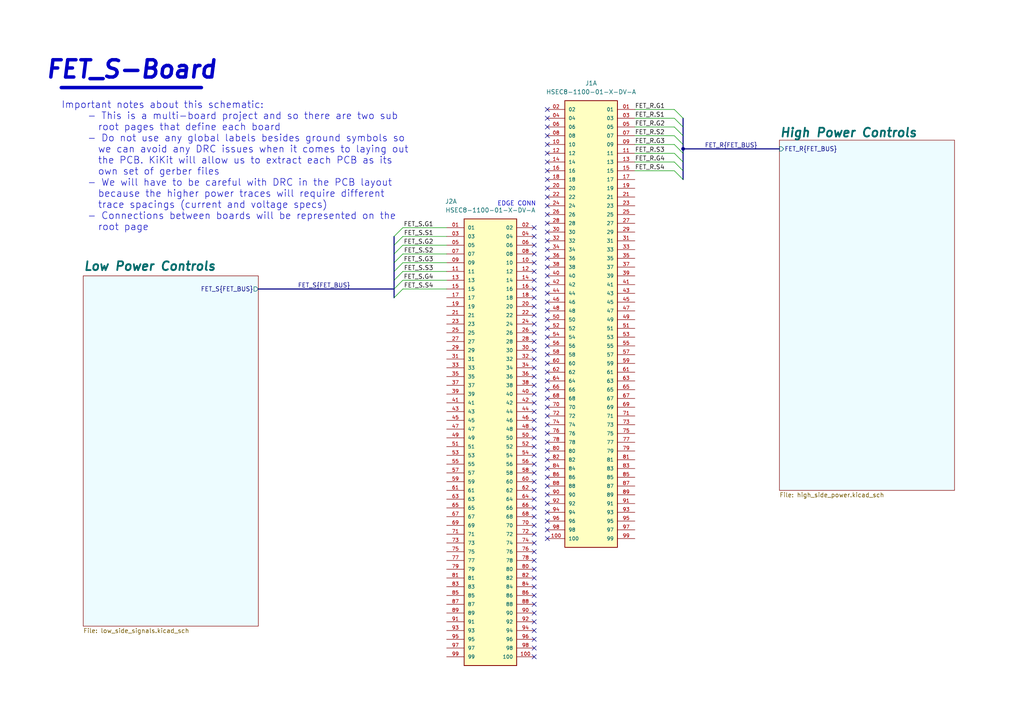
<source format=kicad_sch>
(kicad_sch
	(version 20231120)
	(generator "eeschema")
	(generator_version "8.0")
	(uuid "49eeaae5-d819-4258-b051-773c4f6ae51f")
	(paper "A4")
	(title_block
		(title "FET-Board")
		(rev "V1")
		(company "EcoCar")
	)
	(lib_symbols
		(symbol "ecocad_lib_symbols:HSEC8-1100-01-X-DV-A"
			(pin_names
				(offset 1.016)
			)
			(exclude_from_sim no)
			(in_bom yes)
			(on_board yes)
			(property "Reference" "J"
				(at -7.62 64.008 0)
				(effects
					(font
						(size 1.27 1.27)
					)
					(justify left bottom)
				)
			)
			(property "Value" "HSEC8-1100-01-X-DV-A"
				(at -7.62 -68.58 0)
				(effects
					(font
						(size 1.27 1.27)
					)
					(justify left bottom)
				)
			)
			(property "Footprint" "ecocad_lib_footprints:Samtec_HSEC8-1100-01-X-DV-A_2x100_P0.8mm_Pol32_Socket_AlignmentPins"
				(at 0 0 0)
				(effects
					(font
						(size 1.27 1.27)
					)
					(justify bottom)
					(hide yes)
				)
			)
			(property "Datasheet" ""
				(at 0 0 0)
				(effects
					(font
						(size 1.27 1.27)
					)
					(hide yes)
				)
			)
			(property "Description" ""
				(at 0 0 0)
				(effects
					(font
						(size 1.27 1.27)
					)
					(hide yes)
				)
			)
			(property "PARTREV" "AH"
				(at 0 0 0)
				(effects
					(font
						(size 1.27 1.27)
					)
					(justify bottom)
					(hide yes)
				)
			)
			(property "STANDARD" "Manufacturer recommendations"
				(at 0 0 0)
				(effects
					(font
						(size 1.27 1.27)
					)
					(justify bottom)
					(hide yes)
				)
			)
			(property "MAXIMUM_PACKAGE_HEIGHT" "7.8mm"
				(at 0 0 0)
				(effects
					(font
						(size 1.27 1.27)
					)
					(justify bottom)
					(hide yes)
				)
			)
			(property "MANUFACTURER" "Samtec"
				(at 0 0 0)
				(effects
					(font
						(size 1.27 1.27)
					)
					(justify bottom)
					(hide yes)
				)
			)
			(symbol "HSEC8-1100-01-X-DV-A_1_0"
				(rectangle
					(start -7.62 -66.04)
					(end 7.62 63.5)
					(stroke
						(width 0.254)
						(type default)
					)
					(fill
						(type background)
					)
				)
				(pin passive line
					(at -12.7 60.96 0)
					(length 5.08)
					(name "01"
						(effects
							(font
								(size 1.016 1.016)
							)
						)
					)
					(number "01"
						(effects
							(font
								(size 1.016 1.016)
							)
						)
					)
				)
				(pin passive line
					(at 12.7 60.96 180)
					(length 5.08)
					(name "02"
						(effects
							(font
								(size 1.016 1.016)
							)
						)
					)
					(number "02"
						(effects
							(font
								(size 1.016 1.016)
							)
						)
					)
				)
				(pin passive line
					(at -12.7 58.42 0)
					(length 5.08)
					(name "03"
						(effects
							(font
								(size 1.016 1.016)
							)
						)
					)
					(number "03"
						(effects
							(font
								(size 1.016 1.016)
							)
						)
					)
				)
				(pin passive line
					(at 12.7 58.42 180)
					(length 5.08)
					(name "04"
						(effects
							(font
								(size 1.016 1.016)
							)
						)
					)
					(number "04"
						(effects
							(font
								(size 1.016 1.016)
							)
						)
					)
				)
				(pin passive line
					(at -12.7 55.88 0)
					(length 5.08)
					(name "05"
						(effects
							(font
								(size 1.016 1.016)
							)
						)
					)
					(number "05"
						(effects
							(font
								(size 1.016 1.016)
							)
						)
					)
				)
				(pin passive line
					(at 12.7 55.88 180)
					(length 5.08)
					(name "06"
						(effects
							(font
								(size 1.016 1.016)
							)
						)
					)
					(number "06"
						(effects
							(font
								(size 1.016 1.016)
							)
						)
					)
				)
				(pin passive line
					(at -12.7 53.34 0)
					(length 5.08)
					(name "07"
						(effects
							(font
								(size 1.016 1.016)
							)
						)
					)
					(number "07"
						(effects
							(font
								(size 1.016 1.016)
							)
						)
					)
				)
				(pin passive line
					(at 12.7 53.34 180)
					(length 5.08)
					(name "08"
						(effects
							(font
								(size 1.016 1.016)
							)
						)
					)
					(number "08"
						(effects
							(font
								(size 1.016 1.016)
							)
						)
					)
				)
				(pin passive line
					(at -12.7 50.8 0)
					(length 5.08)
					(name "09"
						(effects
							(font
								(size 1.016 1.016)
							)
						)
					)
					(number "09"
						(effects
							(font
								(size 1.016 1.016)
							)
						)
					)
				)
				(pin passive line
					(at 12.7 50.8 180)
					(length 5.08)
					(name "10"
						(effects
							(font
								(size 1.016 1.016)
							)
						)
					)
					(number "10"
						(effects
							(font
								(size 1.016 1.016)
							)
						)
					)
				)
				(pin passive line
					(at 12.7 -63.5 180)
					(length 5.08)
					(name "100"
						(effects
							(font
								(size 1.016 1.016)
							)
						)
					)
					(number "100"
						(effects
							(font
								(size 1.016 1.016)
							)
						)
					)
				)
				(pin passive line
					(at -12.7 48.26 0)
					(length 5.08)
					(name "11"
						(effects
							(font
								(size 1.016 1.016)
							)
						)
					)
					(number "11"
						(effects
							(font
								(size 1.016 1.016)
							)
						)
					)
				)
				(pin passive line
					(at 12.7 48.26 180)
					(length 5.08)
					(name "12"
						(effects
							(font
								(size 1.016 1.016)
							)
						)
					)
					(number "12"
						(effects
							(font
								(size 1.016 1.016)
							)
						)
					)
				)
				(pin passive line
					(at -12.7 45.72 0)
					(length 5.08)
					(name "13"
						(effects
							(font
								(size 1.016 1.016)
							)
						)
					)
					(number "13"
						(effects
							(font
								(size 1.016 1.016)
							)
						)
					)
				)
				(pin passive line
					(at 12.7 45.72 180)
					(length 5.08)
					(name "14"
						(effects
							(font
								(size 1.016 1.016)
							)
						)
					)
					(number "14"
						(effects
							(font
								(size 1.016 1.016)
							)
						)
					)
				)
				(pin passive line
					(at -12.7 43.18 0)
					(length 5.08)
					(name "15"
						(effects
							(font
								(size 1.016 1.016)
							)
						)
					)
					(number "15"
						(effects
							(font
								(size 1.016 1.016)
							)
						)
					)
				)
				(pin passive line
					(at 12.7 43.18 180)
					(length 5.08)
					(name "16"
						(effects
							(font
								(size 1.016 1.016)
							)
						)
					)
					(number "16"
						(effects
							(font
								(size 1.016 1.016)
							)
						)
					)
				)
				(pin passive line
					(at -12.7 40.64 0)
					(length 5.08)
					(name "17"
						(effects
							(font
								(size 1.016 1.016)
							)
						)
					)
					(number "17"
						(effects
							(font
								(size 1.016 1.016)
							)
						)
					)
				)
				(pin passive line
					(at 12.7 40.64 180)
					(length 5.08)
					(name "18"
						(effects
							(font
								(size 1.016 1.016)
							)
						)
					)
					(number "18"
						(effects
							(font
								(size 1.016 1.016)
							)
						)
					)
				)
				(pin passive line
					(at -12.7 38.1 0)
					(length 5.08)
					(name "19"
						(effects
							(font
								(size 1.016 1.016)
							)
						)
					)
					(number "19"
						(effects
							(font
								(size 1.016 1.016)
							)
						)
					)
				)
				(pin passive line
					(at 12.7 38.1 180)
					(length 5.08)
					(name "20"
						(effects
							(font
								(size 1.016 1.016)
							)
						)
					)
					(number "20"
						(effects
							(font
								(size 1.016 1.016)
							)
						)
					)
				)
				(pin passive line
					(at -12.7 35.56 0)
					(length 5.08)
					(name "21"
						(effects
							(font
								(size 1.016 1.016)
							)
						)
					)
					(number "21"
						(effects
							(font
								(size 1.016 1.016)
							)
						)
					)
				)
				(pin passive line
					(at 12.7 35.56 180)
					(length 5.08)
					(name "22"
						(effects
							(font
								(size 1.016 1.016)
							)
						)
					)
					(number "22"
						(effects
							(font
								(size 1.016 1.016)
							)
						)
					)
				)
				(pin passive line
					(at -12.7 33.02 0)
					(length 5.08)
					(name "23"
						(effects
							(font
								(size 1.016 1.016)
							)
						)
					)
					(number "23"
						(effects
							(font
								(size 1.016 1.016)
							)
						)
					)
				)
				(pin passive line
					(at 12.7 33.02 180)
					(length 5.08)
					(name "24"
						(effects
							(font
								(size 1.016 1.016)
							)
						)
					)
					(number "24"
						(effects
							(font
								(size 1.016 1.016)
							)
						)
					)
				)
				(pin passive line
					(at -12.7 30.48 0)
					(length 5.08)
					(name "25"
						(effects
							(font
								(size 1.016 1.016)
							)
						)
					)
					(number "25"
						(effects
							(font
								(size 1.016 1.016)
							)
						)
					)
				)
				(pin passive line
					(at 12.7 30.48 180)
					(length 5.08)
					(name "26"
						(effects
							(font
								(size 1.016 1.016)
							)
						)
					)
					(number "26"
						(effects
							(font
								(size 1.016 1.016)
							)
						)
					)
				)
				(pin passive line
					(at -12.7 27.94 0)
					(length 5.08)
					(name "27"
						(effects
							(font
								(size 1.016 1.016)
							)
						)
					)
					(number "27"
						(effects
							(font
								(size 1.016 1.016)
							)
						)
					)
				)
				(pin passive line
					(at 12.7 27.94 180)
					(length 5.08)
					(name "28"
						(effects
							(font
								(size 1.016 1.016)
							)
						)
					)
					(number "28"
						(effects
							(font
								(size 1.016 1.016)
							)
						)
					)
				)
				(pin passive line
					(at -12.7 25.4 0)
					(length 5.08)
					(name "29"
						(effects
							(font
								(size 1.016 1.016)
							)
						)
					)
					(number "29"
						(effects
							(font
								(size 1.016 1.016)
							)
						)
					)
				)
				(pin passive line
					(at 12.7 25.4 180)
					(length 5.08)
					(name "30"
						(effects
							(font
								(size 1.016 1.016)
							)
						)
					)
					(number "30"
						(effects
							(font
								(size 1.016 1.016)
							)
						)
					)
				)
				(pin passive line
					(at -12.7 22.86 0)
					(length 5.08)
					(name "31"
						(effects
							(font
								(size 1.016 1.016)
							)
						)
					)
					(number "31"
						(effects
							(font
								(size 1.016 1.016)
							)
						)
					)
				)
				(pin passive line
					(at 12.7 22.86 180)
					(length 5.08)
					(name "32"
						(effects
							(font
								(size 1.016 1.016)
							)
						)
					)
					(number "32"
						(effects
							(font
								(size 1.016 1.016)
							)
						)
					)
				)
				(pin passive line
					(at -12.7 20.32 0)
					(length 5.08)
					(name "33"
						(effects
							(font
								(size 1.016 1.016)
							)
						)
					)
					(number "33"
						(effects
							(font
								(size 1.016 1.016)
							)
						)
					)
				)
				(pin passive line
					(at 12.7 20.32 180)
					(length 5.08)
					(name "34"
						(effects
							(font
								(size 1.016 1.016)
							)
						)
					)
					(number "34"
						(effects
							(font
								(size 1.016 1.016)
							)
						)
					)
				)
				(pin passive line
					(at -12.7 17.78 0)
					(length 5.08)
					(name "35"
						(effects
							(font
								(size 1.016 1.016)
							)
						)
					)
					(number "35"
						(effects
							(font
								(size 1.016 1.016)
							)
						)
					)
				)
				(pin passive line
					(at 12.7 17.78 180)
					(length 5.08)
					(name "36"
						(effects
							(font
								(size 1.016 1.016)
							)
						)
					)
					(number "36"
						(effects
							(font
								(size 1.016 1.016)
							)
						)
					)
				)
				(pin passive line
					(at -12.7 15.24 0)
					(length 5.08)
					(name "37"
						(effects
							(font
								(size 1.016 1.016)
							)
						)
					)
					(number "37"
						(effects
							(font
								(size 1.016 1.016)
							)
						)
					)
				)
				(pin passive line
					(at 12.7 15.24 180)
					(length 5.08)
					(name "38"
						(effects
							(font
								(size 1.016 1.016)
							)
						)
					)
					(number "38"
						(effects
							(font
								(size 1.016 1.016)
							)
						)
					)
				)
				(pin passive line
					(at -12.7 12.7 0)
					(length 5.08)
					(name "39"
						(effects
							(font
								(size 1.016 1.016)
							)
						)
					)
					(number "39"
						(effects
							(font
								(size 1.016 1.016)
							)
						)
					)
				)
				(pin passive line
					(at 12.7 12.7 180)
					(length 5.08)
					(name "40"
						(effects
							(font
								(size 1.016 1.016)
							)
						)
					)
					(number "40"
						(effects
							(font
								(size 1.016 1.016)
							)
						)
					)
				)
				(pin passive line
					(at -12.7 10.16 0)
					(length 5.08)
					(name "41"
						(effects
							(font
								(size 1.016 1.016)
							)
						)
					)
					(number "41"
						(effects
							(font
								(size 1.016 1.016)
							)
						)
					)
				)
				(pin passive line
					(at 12.7 10.16 180)
					(length 5.08)
					(name "42"
						(effects
							(font
								(size 1.016 1.016)
							)
						)
					)
					(number "42"
						(effects
							(font
								(size 1.016 1.016)
							)
						)
					)
				)
				(pin passive line
					(at -12.7 7.62 0)
					(length 5.08)
					(name "43"
						(effects
							(font
								(size 1.016 1.016)
							)
						)
					)
					(number "43"
						(effects
							(font
								(size 1.016 1.016)
							)
						)
					)
				)
				(pin passive line
					(at 12.7 7.62 180)
					(length 5.08)
					(name "44"
						(effects
							(font
								(size 1.016 1.016)
							)
						)
					)
					(number "44"
						(effects
							(font
								(size 1.016 1.016)
							)
						)
					)
				)
				(pin passive line
					(at -12.7 5.08 0)
					(length 5.08)
					(name "45"
						(effects
							(font
								(size 1.016 1.016)
							)
						)
					)
					(number "45"
						(effects
							(font
								(size 1.016 1.016)
							)
						)
					)
				)
				(pin passive line
					(at 12.7 5.08 180)
					(length 5.08)
					(name "46"
						(effects
							(font
								(size 1.016 1.016)
							)
						)
					)
					(number "46"
						(effects
							(font
								(size 1.016 1.016)
							)
						)
					)
				)
				(pin passive line
					(at -12.7 2.54 0)
					(length 5.08)
					(name "47"
						(effects
							(font
								(size 1.016 1.016)
							)
						)
					)
					(number "47"
						(effects
							(font
								(size 1.016 1.016)
							)
						)
					)
				)
				(pin passive line
					(at 12.7 2.54 180)
					(length 5.08)
					(name "48"
						(effects
							(font
								(size 1.016 1.016)
							)
						)
					)
					(number "48"
						(effects
							(font
								(size 1.016 1.016)
							)
						)
					)
				)
				(pin passive line
					(at -12.7 0 0)
					(length 5.08)
					(name "49"
						(effects
							(font
								(size 1.016 1.016)
							)
						)
					)
					(number "49"
						(effects
							(font
								(size 1.016 1.016)
							)
						)
					)
				)
				(pin passive line
					(at 12.7 0 180)
					(length 5.08)
					(name "50"
						(effects
							(font
								(size 1.016 1.016)
							)
						)
					)
					(number "50"
						(effects
							(font
								(size 1.016 1.016)
							)
						)
					)
				)
				(pin passive line
					(at -12.7 -2.54 0)
					(length 5.08)
					(name "51"
						(effects
							(font
								(size 1.016 1.016)
							)
						)
					)
					(number "51"
						(effects
							(font
								(size 1.016 1.016)
							)
						)
					)
				)
				(pin passive line
					(at 12.7 -2.54 180)
					(length 5.08)
					(name "52"
						(effects
							(font
								(size 1.016 1.016)
							)
						)
					)
					(number "52"
						(effects
							(font
								(size 1.016 1.016)
							)
						)
					)
				)
				(pin passive line
					(at -12.7 -5.08 0)
					(length 5.08)
					(name "53"
						(effects
							(font
								(size 1.016 1.016)
							)
						)
					)
					(number "53"
						(effects
							(font
								(size 1.016 1.016)
							)
						)
					)
				)
				(pin passive line
					(at 12.7 -5.08 180)
					(length 5.08)
					(name "54"
						(effects
							(font
								(size 1.016 1.016)
							)
						)
					)
					(number "54"
						(effects
							(font
								(size 1.016 1.016)
							)
						)
					)
				)
				(pin passive line
					(at -12.7 -7.62 0)
					(length 5.08)
					(name "55"
						(effects
							(font
								(size 1.016 1.016)
							)
						)
					)
					(number "55"
						(effects
							(font
								(size 1.016 1.016)
							)
						)
					)
				)
				(pin passive line
					(at 12.7 -7.62 180)
					(length 5.08)
					(name "56"
						(effects
							(font
								(size 1.016 1.016)
							)
						)
					)
					(number "56"
						(effects
							(font
								(size 1.016 1.016)
							)
						)
					)
				)
				(pin passive line
					(at -12.7 -10.16 0)
					(length 5.08)
					(name "57"
						(effects
							(font
								(size 1.016 1.016)
							)
						)
					)
					(number "57"
						(effects
							(font
								(size 1.016 1.016)
							)
						)
					)
				)
				(pin passive line
					(at 12.7 -10.16 180)
					(length 5.08)
					(name "58"
						(effects
							(font
								(size 1.016 1.016)
							)
						)
					)
					(number "58"
						(effects
							(font
								(size 1.016 1.016)
							)
						)
					)
				)
				(pin passive line
					(at -12.7 -12.7 0)
					(length 5.08)
					(name "59"
						(effects
							(font
								(size 1.016 1.016)
							)
						)
					)
					(number "59"
						(effects
							(font
								(size 1.016 1.016)
							)
						)
					)
				)
				(pin passive line
					(at 12.7 -12.7 180)
					(length 5.08)
					(name "60"
						(effects
							(font
								(size 1.016 1.016)
							)
						)
					)
					(number "60"
						(effects
							(font
								(size 1.016 1.016)
							)
						)
					)
				)
				(pin passive line
					(at -12.7 -15.24 0)
					(length 5.08)
					(name "61"
						(effects
							(font
								(size 1.016 1.016)
							)
						)
					)
					(number "61"
						(effects
							(font
								(size 1.016 1.016)
							)
						)
					)
				)
				(pin passive line
					(at 12.7 -15.24 180)
					(length 5.08)
					(name "62"
						(effects
							(font
								(size 1.016 1.016)
							)
						)
					)
					(number "62"
						(effects
							(font
								(size 1.016 1.016)
							)
						)
					)
				)
				(pin passive line
					(at -12.7 -17.78 0)
					(length 5.08)
					(name "63"
						(effects
							(font
								(size 1.016 1.016)
							)
						)
					)
					(number "63"
						(effects
							(font
								(size 1.016 1.016)
							)
						)
					)
				)
				(pin passive line
					(at 12.7 -17.78 180)
					(length 5.08)
					(name "64"
						(effects
							(font
								(size 1.016 1.016)
							)
						)
					)
					(number "64"
						(effects
							(font
								(size 1.016 1.016)
							)
						)
					)
				)
				(pin passive line
					(at -12.7 -20.32 0)
					(length 5.08)
					(name "65"
						(effects
							(font
								(size 1.016 1.016)
							)
						)
					)
					(number "65"
						(effects
							(font
								(size 1.016 1.016)
							)
						)
					)
				)
				(pin passive line
					(at 12.7 -20.32 180)
					(length 5.08)
					(name "66"
						(effects
							(font
								(size 1.016 1.016)
							)
						)
					)
					(number "66"
						(effects
							(font
								(size 1.016 1.016)
							)
						)
					)
				)
				(pin passive line
					(at -12.7 -22.86 0)
					(length 5.08)
					(name "67"
						(effects
							(font
								(size 1.016 1.016)
							)
						)
					)
					(number "67"
						(effects
							(font
								(size 1.016 1.016)
							)
						)
					)
				)
				(pin passive line
					(at 12.7 -22.86 180)
					(length 5.08)
					(name "68"
						(effects
							(font
								(size 1.016 1.016)
							)
						)
					)
					(number "68"
						(effects
							(font
								(size 1.016 1.016)
							)
						)
					)
				)
				(pin passive line
					(at -12.7 -25.4 0)
					(length 5.08)
					(name "69"
						(effects
							(font
								(size 1.016 1.016)
							)
						)
					)
					(number "69"
						(effects
							(font
								(size 1.016 1.016)
							)
						)
					)
				)
				(pin passive line
					(at 12.7 -25.4 180)
					(length 5.08)
					(name "70"
						(effects
							(font
								(size 1.016 1.016)
							)
						)
					)
					(number "70"
						(effects
							(font
								(size 1.016 1.016)
							)
						)
					)
				)
				(pin passive line
					(at -12.7 -27.94 0)
					(length 5.08)
					(name "71"
						(effects
							(font
								(size 1.016 1.016)
							)
						)
					)
					(number "71"
						(effects
							(font
								(size 1.016 1.016)
							)
						)
					)
				)
				(pin passive line
					(at 12.7 -27.94 180)
					(length 5.08)
					(name "72"
						(effects
							(font
								(size 1.016 1.016)
							)
						)
					)
					(number "72"
						(effects
							(font
								(size 1.016 1.016)
							)
						)
					)
				)
				(pin passive line
					(at -12.7 -30.48 0)
					(length 5.08)
					(name "73"
						(effects
							(font
								(size 1.016 1.016)
							)
						)
					)
					(number "73"
						(effects
							(font
								(size 1.016 1.016)
							)
						)
					)
				)
				(pin passive line
					(at 12.7 -30.48 180)
					(length 5.08)
					(name "74"
						(effects
							(font
								(size 1.016 1.016)
							)
						)
					)
					(number "74"
						(effects
							(font
								(size 1.016 1.016)
							)
						)
					)
				)
				(pin passive line
					(at -12.7 -33.02 0)
					(length 5.08)
					(name "75"
						(effects
							(font
								(size 1.016 1.016)
							)
						)
					)
					(number "75"
						(effects
							(font
								(size 1.016 1.016)
							)
						)
					)
				)
				(pin passive line
					(at 12.7 -33.02 180)
					(length 5.08)
					(name "76"
						(effects
							(font
								(size 1.016 1.016)
							)
						)
					)
					(number "76"
						(effects
							(font
								(size 1.016 1.016)
							)
						)
					)
				)
				(pin passive line
					(at -12.7 -35.56 0)
					(length 5.08)
					(name "77"
						(effects
							(font
								(size 1.016 1.016)
							)
						)
					)
					(number "77"
						(effects
							(font
								(size 1.016 1.016)
							)
						)
					)
				)
				(pin passive line
					(at 12.7 -35.56 180)
					(length 5.08)
					(name "78"
						(effects
							(font
								(size 1.016 1.016)
							)
						)
					)
					(number "78"
						(effects
							(font
								(size 1.016 1.016)
							)
						)
					)
				)
				(pin passive line
					(at -12.7 -38.1 0)
					(length 5.08)
					(name "79"
						(effects
							(font
								(size 1.016 1.016)
							)
						)
					)
					(number "79"
						(effects
							(font
								(size 1.016 1.016)
							)
						)
					)
				)
				(pin passive line
					(at 12.7 -38.1 180)
					(length 5.08)
					(name "80"
						(effects
							(font
								(size 1.016 1.016)
							)
						)
					)
					(number "80"
						(effects
							(font
								(size 1.016 1.016)
							)
						)
					)
				)
				(pin passive line
					(at -12.7 -40.64 0)
					(length 5.08)
					(name "81"
						(effects
							(font
								(size 1.016 1.016)
							)
						)
					)
					(number "81"
						(effects
							(font
								(size 1.016 1.016)
							)
						)
					)
				)
				(pin passive line
					(at 12.7 -40.64 180)
					(length 5.08)
					(name "82"
						(effects
							(font
								(size 1.016 1.016)
							)
						)
					)
					(number "82"
						(effects
							(font
								(size 1.016 1.016)
							)
						)
					)
				)
				(pin passive line
					(at -12.7 -43.18 0)
					(length 5.08)
					(name "83"
						(effects
							(font
								(size 1.016 1.016)
							)
						)
					)
					(number "83"
						(effects
							(font
								(size 1.016 1.016)
							)
						)
					)
				)
				(pin passive line
					(at 12.7 -43.18 180)
					(length 5.08)
					(name "84"
						(effects
							(font
								(size 1.016 1.016)
							)
						)
					)
					(number "84"
						(effects
							(font
								(size 1.016 1.016)
							)
						)
					)
				)
				(pin passive line
					(at -12.7 -45.72 0)
					(length 5.08)
					(name "85"
						(effects
							(font
								(size 1.016 1.016)
							)
						)
					)
					(number "85"
						(effects
							(font
								(size 1.016 1.016)
							)
						)
					)
				)
				(pin passive line
					(at 12.7 -45.72 180)
					(length 5.08)
					(name "86"
						(effects
							(font
								(size 1.016 1.016)
							)
						)
					)
					(number "86"
						(effects
							(font
								(size 1.016 1.016)
							)
						)
					)
				)
				(pin passive line
					(at -12.7 -48.26 0)
					(length 5.08)
					(name "87"
						(effects
							(font
								(size 1.016 1.016)
							)
						)
					)
					(number "87"
						(effects
							(font
								(size 1.016 1.016)
							)
						)
					)
				)
				(pin passive line
					(at 12.7 -48.26 180)
					(length 5.08)
					(name "88"
						(effects
							(font
								(size 1.016 1.016)
							)
						)
					)
					(number "88"
						(effects
							(font
								(size 1.016 1.016)
							)
						)
					)
				)
				(pin passive line
					(at -12.7 -50.8 0)
					(length 5.08)
					(name "89"
						(effects
							(font
								(size 1.016 1.016)
							)
						)
					)
					(number "89"
						(effects
							(font
								(size 1.016 1.016)
							)
						)
					)
				)
				(pin passive line
					(at 12.7 -50.8 180)
					(length 5.08)
					(name "90"
						(effects
							(font
								(size 1.016 1.016)
							)
						)
					)
					(number "90"
						(effects
							(font
								(size 1.016 1.016)
							)
						)
					)
				)
				(pin passive line
					(at -12.7 -53.34 0)
					(length 5.08)
					(name "91"
						(effects
							(font
								(size 1.016 1.016)
							)
						)
					)
					(number "91"
						(effects
							(font
								(size 1.016 1.016)
							)
						)
					)
				)
				(pin passive line
					(at 12.7 -53.34 180)
					(length 5.08)
					(name "92"
						(effects
							(font
								(size 1.016 1.016)
							)
						)
					)
					(number "92"
						(effects
							(font
								(size 1.016 1.016)
							)
						)
					)
				)
				(pin passive line
					(at -12.7 -55.88 0)
					(length 5.08)
					(name "93"
						(effects
							(font
								(size 1.016 1.016)
							)
						)
					)
					(number "93"
						(effects
							(font
								(size 1.016 1.016)
							)
						)
					)
				)
				(pin passive line
					(at 12.7 -55.88 180)
					(length 5.08)
					(name "94"
						(effects
							(font
								(size 1.016 1.016)
							)
						)
					)
					(number "94"
						(effects
							(font
								(size 1.016 1.016)
							)
						)
					)
				)
				(pin passive line
					(at -12.7 -58.42 0)
					(length 5.08)
					(name "95"
						(effects
							(font
								(size 1.016 1.016)
							)
						)
					)
					(number "95"
						(effects
							(font
								(size 1.016 1.016)
							)
						)
					)
				)
				(pin passive line
					(at 12.7 -58.42 180)
					(length 5.08)
					(name "96"
						(effects
							(font
								(size 1.016 1.016)
							)
						)
					)
					(number "96"
						(effects
							(font
								(size 1.016 1.016)
							)
						)
					)
				)
				(pin passive line
					(at -12.7 -60.96 0)
					(length 5.08)
					(name "97"
						(effects
							(font
								(size 1.016 1.016)
							)
						)
					)
					(number "97"
						(effects
							(font
								(size 1.016 1.016)
							)
						)
					)
				)
				(pin passive line
					(at 12.7 -60.96 180)
					(length 5.08)
					(name "98"
						(effects
							(font
								(size 1.016 1.016)
							)
						)
					)
					(number "98"
						(effects
							(font
								(size 1.016 1.016)
							)
						)
					)
				)
				(pin passive line
					(at -12.7 -63.5 0)
					(length 5.08)
					(name "99"
						(effects
							(font
								(size 1.016 1.016)
							)
						)
					)
					(number "99"
						(effects
							(font
								(size 1.016 1.016)
							)
						)
					)
				)
			)
			(symbol "HSEC8-1100-01-X-DV-A_2_0"
				(rectangle
					(start -7.62 -66.04)
					(end 7.62 63.5)
					(stroke
						(width 0.254)
						(type default)
					)
					(fill
						(type background)
					)
				)
				(pin passive line
					(at -12.7 60.96 0)
					(length 5.08)
					(name "101"
						(effects
							(font
								(size 1.016 1.016)
							)
						)
					)
					(number "101"
						(effects
							(font
								(size 1.016 1.016)
							)
						)
					)
				)
				(pin passive line
					(at 12.7 60.96 180)
					(length 5.08)
					(name "102"
						(effects
							(font
								(size 1.016 1.016)
							)
						)
					)
					(number "102"
						(effects
							(font
								(size 1.016 1.016)
							)
						)
					)
				)
				(pin passive line
					(at -12.7 58.42 0)
					(length 5.08)
					(name "103"
						(effects
							(font
								(size 1.016 1.016)
							)
						)
					)
					(number "103"
						(effects
							(font
								(size 1.016 1.016)
							)
						)
					)
				)
				(pin passive line
					(at 12.7 58.42 180)
					(length 5.08)
					(name "104"
						(effects
							(font
								(size 1.016 1.016)
							)
						)
					)
					(number "104"
						(effects
							(font
								(size 1.016 1.016)
							)
						)
					)
				)
				(pin passive line
					(at -12.7 55.88 0)
					(length 5.08)
					(name "105"
						(effects
							(font
								(size 1.016 1.016)
							)
						)
					)
					(number "105"
						(effects
							(font
								(size 1.016 1.016)
							)
						)
					)
				)
				(pin passive line
					(at 12.7 55.88 180)
					(length 5.08)
					(name "106"
						(effects
							(font
								(size 1.016 1.016)
							)
						)
					)
					(number "106"
						(effects
							(font
								(size 1.016 1.016)
							)
						)
					)
				)
				(pin passive line
					(at -12.7 53.34 0)
					(length 5.08)
					(name "107"
						(effects
							(font
								(size 1.016 1.016)
							)
						)
					)
					(number "107"
						(effects
							(font
								(size 1.016 1.016)
							)
						)
					)
				)
				(pin passive line
					(at 12.7 53.34 180)
					(length 5.08)
					(name "108"
						(effects
							(font
								(size 1.016 1.016)
							)
						)
					)
					(number "108"
						(effects
							(font
								(size 1.016 1.016)
							)
						)
					)
				)
				(pin passive line
					(at -12.7 50.8 0)
					(length 5.08)
					(name "109"
						(effects
							(font
								(size 1.016 1.016)
							)
						)
					)
					(number "109"
						(effects
							(font
								(size 1.016 1.016)
							)
						)
					)
				)
				(pin passive line
					(at 12.7 50.8 180)
					(length 5.08)
					(name "110"
						(effects
							(font
								(size 1.016 1.016)
							)
						)
					)
					(number "110"
						(effects
							(font
								(size 1.016 1.016)
							)
						)
					)
				)
				(pin passive line
					(at -12.7 48.26 0)
					(length 5.08)
					(name "111"
						(effects
							(font
								(size 1.016 1.016)
							)
						)
					)
					(number "111"
						(effects
							(font
								(size 1.016 1.016)
							)
						)
					)
				)
				(pin passive line
					(at 12.7 48.26 180)
					(length 5.08)
					(name "112"
						(effects
							(font
								(size 1.016 1.016)
							)
						)
					)
					(number "112"
						(effects
							(font
								(size 1.016 1.016)
							)
						)
					)
				)
				(pin passive line
					(at -12.7 45.72 0)
					(length 5.08)
					(name "113"
						(effects
							(font
								(size 1.016 1.016)
							)
						)
					)
					(number "113"
						(effects
							(font
								(size 1.016 1.016)
							)
						)
					)
				)
				(pin passive line
					(at 12.7 45.72 180)
					(length 5.08)
					(name "114"
						(effects
							(font
								(size 1.016 1.016)
							)
						)
					)
					(number "114"
						(effects
							(font
								(size 1.016 1.016)
							)
						)
					)
				)
				(pin passive line
					(at -12.7 43.18 0)
					(length 5.08)
					(name "115"
						(effects
							(font
								(size 1.016 1.016)
							)
						)
					)
					(number "115"
						(effects
							(font
								(size 1.016 1.016)
							)
						)
					)
				)
				(pin passive line
					(at 12.7 43.18 180)
					(length 5.08)
					(name "116"
						(effects
							(font
								(size 1.016 1.016)
							)
						)
					)
					(number "116"
						(effects
							(font
								(size 1.016 1.016)
							)
						)
					)
				)
				(pin passive line
					(at -12.7 40.64 0)
					(length 5.08)
					(name "117"
						(effects
							(font
								(size 1.016 1.016)
							)
						)
					)
					(number "117"
						(effects
							(font
								(size 1.016 1.016)
							)
						)
					)
				)
				(pin passive line
					(at 12.7 40.64 180)
					(length 5.08)
					(name "118"
						(effects
							(font
								(size 1.016 1.016)
							)
						)
					)
					(number "118"
						(effects
							(font
								(size 1.016 1.016)
							)
						)
					)
				)
				(pin passive line
					(at -12.7 38.1 0)
					(length 5.08)
					(name "119"
						(effects
							(font
								(size 1.016 1.016)
							)
						)
					)
					(number "119"
						(effects
							(font
								(size 1.016 1.016)
							)
						)
					)
				)
				(pin passive line
					(at 12.7 38.1 180)
					(length 5.08)
					(name "120"
						(effects
							(font
								(size 1.016 1.016)
							)
						)
					)
					(number "120"
						(effects
							(font
								(size 1.016 1.016)
							)
						)
					)
				)
				(pin passive line
					(at -12.7 35.56 0)
					(length 5.08)
					(name "121"
						(effects
							(font
								(size 1.016 1.016)
							)
						)
					)
					(number "121"
						(effects
							(font
								(size 1.016 1.016)
							)
						)
					)
				)
				(pin passive line
					(at 12.7 35.56 180)
					(length 5.08)
					(name "122"
						(effects
							(font
								(size 1.016 1.016)
							)
						)
					)
					(number "122"
						(effects
							(font
								(size 1.016 1.016)
							)
						)
					)
				)
				(pin passive line
					(at -12.7 33.02 0)
					(length 5.08)
					(name "123"
						(effects
							(font
								(size 1.016 1.016)
							)
						)
					)
					(number "123"
						(effects
							(font
								(size 1.016 1.016)
							)
						)
					)
				)
				(pin passive line
					(at 12.7 33.02 180)
					(length 5.08)
					(name "124"
						(effects
							(font
								(size 1.016 1.016)
							)
						)
					)
					(number "124"
						(effects
							(font
								(size 1.016 1.016)
							)
						)
					)
				)
				(pin passive line
					(at -12.7 30.48 0)
					(length 5.08)
					(name "125"
						(effects
							(font
								(size 1.016 1.016)
							)
						)
					)
					(number "125"
						(effects
							(font
								(size 1.016 1.016)
							)
						)
					)
				)
				(pin passive line
					(at 12.7 30.48 180)
					(length 5.08)
					(name "126"
						(effects
							(font
								(size 1.016 1.016)
							)
						)
					)
					(number "126"
						(effects
							(font
								(size 1.016 1.016)
							)
						)
					)
				)
				(pin passive line
					(at -12.7 27.94 0)
					(length 5.08)
					(name "127"
						(effects
							(font
								(size 1.016 1.016)
							)
						)
					)
					(number "127"
						(effects
							(font
								(size 1.016 1.016)
							)
						)
					)
				)
				(pin passive line
					(at 12.7 27.94 180)
					(length 5.08)
					(name "128"
						(effects
							(font
								(size 1.016 1.016)
							)
						)
					)
					(number "128"
						(effects
							(font
								(size 1.016 1.016)
							)
						)
					)
				)
				(pin passive line
					(at -12.7 25.4 0)
					(length 5.08)
					(name "129"
						(effects
							(font
								(size 1.016 1.016)
							)
						)
					)
					(number "129"
						(effects
							(font
								(size 1.016 1.016)
							)
						)
					)
				)
				(pin passive line
					(at 12.7 25.4 180)
					(length 5.08)
					(name "130"
						(effects
							(font
								(size 1.016 1.016)
							)
						)
					)
					(number "130"
						(effects
							(font
								(size 1.016 1.016)
							)
						)
					)
				)
				(pin passive line
					(at -12.7 22.86 0)
					(length 5.08)
					(name "131"
						(effects
							(font
								(size 1.016 1.016)
							)
						)
					)
					(number "131"
						(effects
							(font
								(size 1.016 1.016)
							)
						)
					)
				)
				(pin passive line
					(at 12.7 22.86 180)
					(length 5.08)
					(name "132"
						(effects
							(font
								(size 1.016 1.016)
							)
						)
					)
					(number "132"
						(effects
							(font
								(size 1.016 1.016)
							)
						)
					)
				)
				(pin passive line
					(at -12.7 20.32 0)
					(length 5.08)
					(name "133"
						(effects
							(font
								(size 1.016 1.016)
							)
						)
					)
					(number "133"
						(effects
							(font
								(size 1.016 1.016)
							)
						)
					)
				)
				(pin passive line
					(at 12.7 20.32 180)
					(length 5.08)
					(name "134"
						(effects
							(font
								(size 1.016 1.016)
							)
						)
					)
					(number "134"
						(effects
							(font
								(size 1.016 1.016)
							)
						)
					)
				)
				(pin passive line
					(at -12.7 17.78 0)
					(length 5.08)
					(name "135"
						(effects
							(font
								(size 1.016 1.016)
							)
						)
					)
					(number "135"
						(effects
							(font
								(size 1.016 1.016)
							)
						)
					)
				)
				(pin passive line
					(at 12.7 17.78 180)
					(length 5.08)
					(name "136"
						(effects
							(font
								(size 1.016 1.016)
							)
						)
					)
					(number "136"
						(effects
							(font
								(size 1.016 1.016)
							)
						)
					)
				)
				(pin passive line
					(at -12.7 15.24 0)
					(length 5.08)
					(name "137"
						(effects
							(font
								(size 1.016 1.016)
							)
						)
					)
					(number "137"
						(effects
							(font
								(size 1.016 1.016)
							)
						)
					)
				)
				(pin passive line
					(at 12.7 15.24 180)
					(length 5.08)
					(name "138"
						(effects
							(font
								(size 1.016 1.016)
							)
						)
					)
					(number "138"
						(effects
							(font
								(size 1.016 1.016)
							)
						)
					)
				)
				(pin passive line
					(at -12.7 12.7 0)
					(length 5.08)
					(name "139"
						(effects
							(font
								(size 1.016 1.016)
							)
						)
					)
					(number "139"
						(effects
							(font
								(size 1.016 1.016)
							)
						)
					)
				)
				(pin passive line
					(at 12.7 12.7 180)
					(length 5.08)
					(name "140"
						(effects
							(font
								(size 1.016 1.016)
							)
						)
					)
					(number "140"
						(effects
							(font
								(size 1.016 1.016)
							)
						)
					)
				)
				(pin passive line
					(at -12.7 10.16 0)
					(length 5.08)
					(name "141"
						(effects
							(font
								(size 1.016 1.016)
							)
						)
					)
					(number "141"
						(effects
							(font
								(size 1.016 1.016)
							)
						)
					)
				)
				(pin passive line
					(at 12.7 10.16 180)
					(length 5.08)
					(name "142"
						(effects
							(font
								(size 1.016 1.016)
							)
						)
					)
					(number "142"
						(effects
							(font
								(size 1.016 1.016)
							)
						)
					)
				)
				(pin passive line
					(at -12.7 7.62 0)
					(length 5.08)
					(name "143"
						(effects
							(font
								(size 1.016 1.016)
							)
						)
					)
					(number "143"
						(effects
							(font
								(size 1.016 1.016)
							)
						)
					)
				)
				(pin passive line
					(at 12.7 7.62 180)
					(length 5.08)
					(name "144"
						(effects
							(font
								(size 1.016 1.016)
							)
						)
					)
					(number "144"
						(effects
							(font
								(size 1.016 1.016)
							)
						)
					)
				)
				(pin passive line
					(at -12.7 5.08 0)
					(length 5.08)
					(name "145"
						(effects
							(font
								(size 1.016 1.016)
							)
						)
					)
					(number "145"
						(effects
							(font
								(size 1.016 1.016)
							)
						)
					)
				)
				(pin passive line
					(at 12.7 5.08 180)
					(length 5.08)
					(name "146"
						(effects
							(font
								(size 1.016 1.016)
							)
						)
					)
					(number "146"
						(effects
							(font
								(size 1.016 1.016)
							)
						)
					)
				)
				(pin passive line
					(at -12.7 2.54 0)
					(length 5.08)
					(name "147"
						(effects
							(font
								(size 1.016 1.016)
							)
						)
					)
					(number "147"
						(effects
							(font
								(size 1.016 1.016)
							)
						)
					)
				)
				(pin passive line
					(at 12.7 2.54 180)
					(length 5.08)
					(name "148"
						(effects
							(font
								(size 1.016 1.016)
							)
						)
					)
					(number "148"
						(effects
							(font
								(size 1.016 1.016)
							)
						)
					)
				)
				(pin passive line
					(at -12.7 0 0)
					(length 5.08)
					(name "149"
						(effects
							(font
								(size 1.016 1.016)
							)
						)
					)
					(number "149"
						(effects
							(font
								(size 1.016 1.016)
							)
						)
					)
				)
				(pin passive line
					(at 12.7 0 180)
					(length 5.08)
					(name "150"
						(effects
							(font
								(size 1.016 1.016)
							)
						)
					)
					(number "150"
						(effects
							(font
								(size 1.016 1.016)
							)
						)
					)
				)
				(pin passive line
					(at -12.7 -2.54 0)
					(length 5.08)
					(name "151"
						(effects
							(font
								(size 1.016 1.016)
							)
						)
					)
					(number "151"
						(effects
							(font
								(size 1.016 1.016)
							)
						)
					)
				)
				(pin passive line
					(at 12.7 -2.54 180)
					(length 5.08)
					(name "152"
						(effects
							(font
								(size 1.016 1.016)
							)
						)
					)
					(number "152"
						(effects
							(font
								(size 1.016 1.016)
							)
						)
					)
				)
				(pin passive line
					(at -12.7 -5.08 0)
					(length 5.08)
					(name "153"
						(effects
							(font
								(size 1.016 1.016)
							)
						)
					)
					(number "153"
						(effects
							(font
								(size 1.016 1.016)
							)
						)
					)
				)
				(pin passive line
					(at 12.7 -5.08 180)
					(length 5.08)
					(name "154"
						(effects
							(font
								(size 1.016 1.016)
							)
						)
					)
					(number "154"
						(effects
							(font
								(size 1.016 1.016)
							)
						)
					)
				)
				(pin passive line
					(at -12.7 -7.62 0)
					(length 5.08)
					(name "155"
						(effects
							(font
								(size 1.016 1.016)
							)
						)
					)
					(number "155"
						(effects
							(font
								(size 1.016 1.016)
							)
						)
					)
				)
				(pin passive line
					(at 12.7 -7.62 180)
					(length 5.08)
					(name "156"
						(effects
							(font
								(size 1.016 1.016)
							)
						)
					)
					(number "156"
						(effects
							(font
								(size 1.016 1.016)
							)
						)
					)
				)
				(pin passive line
					(at -12.7 -10.16 0)
					(length 5.08)
					(name "157"
						(effects
							(font
								(size 1.016 1.016)
							)
						)
					)
					(number "157"
						(effects
							(font
								(size 1.016 1.016)
							)
						)
					)
				)
				(pin passive line
					(at 12.7 -10.16 180)
					(length 5.08)
					(name "158"
						(effects
							(font
								(size 1.016 1.016)
							)
						)
					)
					(number "158"
						(effects
							(font
								(size 1.016 1.016)
							)
						)
					)
				)
				(pin passive line
					(at -12.7 -12.7 0)
					(length 5.08)
					(name "159"
						(effects
							(font
								(size 1.016 1.016)
							)
						)
					)
					(number "159"
						(effects
							(font
								(size 1.016 1.016)
							)
						)
					)
				)
				(pin passive line
					(at 12.7 -12.7 180)
					(length 5.08)
					(name "160"
						(effects
							(font
								(size 1.016 1.016)
							)
						)
					)
					(number "160"
						(effects
							(font
								(size 1.016 1.016)
							)
						)
					)
				)
				(pin passive line
					(at -12.7 -15.24 0)
					(length 5.08)
					(name "161"
						(effects
							(font
								(size 1.016 1.016)
							)
						)
					)
					(number "161"
						(effects
							(font
								(size 1.016 1.016)
							)
						)
					)
				)
				(pin passive line
					(at 12.7 -15.24 180)
					(length 5.08)
					(name "162"
						(effects
							(font
								(size 1.016 1.016)
							)
						)
					)
					(number "162"
						(effects
							(font
								(size 1.016 1.016)
							)
						)
					)
				)
				(pin passive line
					(at -12.7 -17.78 0)
					(length 5.08)
					(name "163"
						(effects
							(font
								(size 1.016 1.016)
							)
						)
					)
					(number "163"
						(effects
							(font
								(size 1.016 1.016)
							)
						)
					)
				)
				(pin passive line
					(at 12.7 -17.78 180)
					(length 5.08)
					(name "164"
						(effects
							(font
								(size 1.016 1.016)
							)
						)
					)
					(number "164"
						(effects
							(font
								(size 1.016 1.016)
							)
						)
					)
				)
				(pin passive line
					(at -12.7 -20.32 0)
					(length 5.08)
					(name "165"
						(effects
							(font
								(size 1.016 1.016)
							)
						)
					)
					(number "165"
						(effects
							(font
								(size 1.016 1.016)
							)
						)
					)
				)
				(pin passive line
					(at 12.7 -20.32 180)
					(length 5.08)
					(name "166"
						(effects
							(font
								(size 1.016 1.016)
							)
						)
					)
					(number "166"
						(effects
							(font
								(size 1.016 1.016)
							)
						)
					)
				)
				(pin passive line
					(at -12.7 -22.86 0)
					(length 5.08)
					(name "167"
						(effects
							(font
								(size 1.016 1.016)
							)
						)
					)
					(number "167"
						(effects
							(font
								(size 1.016 1.016)
							)
						)
					)
				)
				(pin passive line
					(at 12.7 -22.86 180)
					(length 5.08)
					(name "168"
						(effects
							(font
								(size 1.016 1.016)
							)
						)
					)
					(number "168"
						(effects
							(font
								(size 1.016 1.016)
							)
						)
					)
				)
				(pin passive line
					(at -12.7 -25.4 0)
					(length 5.08)
					(name "169"
						(effects
							(font
								(size 1.016 1.016)
							)
						)
					)
					(number "169"
						(effects
							(font
								(size 1.016 1.016)
							)
						)
					)
				)
				(pin passive line
					(at 12.7 -25.4 180)
					(length 5.08)
					(name "170"
						(effects
							(font
								(size 1.016 1.016)
							)
						)
					)
					(number "170"
						(effects
							(font
								(size 1.016 1.016)
							)
						)
					)
				)
				(pin passive line
					(at -12.7 -27.94 0)
					(length 5.08)
					(name "171"
						(effects
							(font
								(size 1.016 1.016)
							)
						)
					)
					(number "171"
						(effects
							(font
								(size 1.016 1.016)
							)
						)
					)
				)
				(pin passive line
					(at 12.7 -27.94 180)
					(length 5.08)
					(name "172"
						(effects
							(font
								(size 1.016 1.016)
							)
						)
					)
					(number "172"
						(effects
							(font
								(size 1.016 1.016)
							)
						)
					)
				)
				(pin passive line
					(at -12.7 -30.48 0)
					(length 5.08)
					(name "173"
						(effects
							(font
								(size 1.016 1.016)
							)
						)
					)
					(number "173"
						(effects
							(font
								(size 1.016 1.016)
							)
						)
					)
				)
				(pin passive line
					(at 12.7 -30.48 180)
					(length 5.08)
					(name "174"
						(effects
							(font
								(size 1.016 1.016)
							)
						)
					)
					(number "174"
						(effects
							(font
								(size 1.016 1.016)
							)
						)
					)
				)
				(pin passive line
					(at -12.7 -33.02 0)
					(length 5.08)
					(name "175"
						(effects
							(font
								(size 1.016 1.016)
							)
						)
					)
					(number "175"
						(effects
							(font
								(size 1.016 1.016)
							)
						)
					)
				)
				(pin passive line
					(at 12.7 -33.02 180)
					(length 5.08)
					(name "176"
						(effects
							(font
								(size 1.016 1.016)
							)
						)
					)
					(number "176"
						(effects
							(font
								(size 1.016 1.016)
							)
						)
					)
				)
				(pin passive line
					(at -12.7 -35.56 0)
					(length 5.08)
					(name "177"
						(effects
							(font
								(size 1.016 1.016)
							)
						)
					)
					(number "177"
						(effects
							(font
								(size 1.016 1.016)
							)
						)
					)
				)
				(pin passive line
					(at 12.7 -35.56 180)
					(length 5.08)
					(name "178"
						(effects
							(font
								(size 1.016 1.016)
							)
						)
					)
					(number "178"
						(effects
							(font
								(size 1.016 1.016)
							)
						)
					)
				)
				(pin passive line
					(at -12.7 -38.1 0)
					(length 5.08)
					(name "179"
						(effects
							(font
								(size 1.016 1.016)
							)
						)
					)
					(number "179"
						(effects
							(font
								(size 1.016 1.016)
							)
						)
					)
				)
				(pin passive line
					(at 12.7 -38.1 180)
					(length 5.08)
					(name "180"
						(effects
							(font
								(size 1.016 1.016)
							)
						)
					)
					(number "180"
						(effects
							(font
								(size 1.016 1.016)
							)
						)
					)
				)
				(pin passive line
					(at -12.7 -40.64 0)
					(length 5.08)
					(name "181"
						(effects
							(font
								(size 1.016 1.016)
							)
						)
					)
					(number "181"
						(effects
							(font
								(size 1.016 1.016)
							)
						)
					)
				)
				(pin passive line
					(at 12.7 -40.64 180)
					(length 5.08)
					(name "182"
						(effects
							(font
								(size 1.016 1.016)
							)
						)
					)
					(number "182"
						(effects
							(font
								(size 1.016 1.016)
							)
						)
					)
				)
				(pin passive line
					(at -12.7 -43.18 0)
					(length 5.08)
					(name "183"
						(effects
							(font
								(size 1.016 1.016)
							)
						)
					)
					(number "183"
						(effects
							(font
								(size 1.016 1.016)
							)
						)
					)
				)
				(pin passive line
					(at 12.7 -43.18 180)
					(length 5.08)
					(name "184"
						(effects
							(font
								(size 1.016 1.016)
							)
						)
					)
					(number "184"
						(effects
							(font
								(size 1.016 1.016)
							)
						)
					)
				)
				(pin passive line
					(at -12.7 -45.72 0)
					(length 5.08)
					(name "185"
						(effects
							(font
								(size 1.016 1.016)
							)
						)
					)
					(number "185"
						(effects
							(font
								(size 1.016 1.016)
							)
						)
					)
				)
				(pin passive line
					(at 12.7 -45.72 180)
					(length 5.08)
					(name "186"
						(effects
							(font
								(size 1.016 1.016)
							)
						)
					)
					(number "186"
						(effects
							(font
								(size 1.016 1.016)
							)
						)
					)
				)
				(pin passive line
					(at -12.7 -48.26 0)
					(length 5.08)
					(name "187"
						(effects
							(font
								(size 1.016 1.016)
							)
						)
					)
					(number "187"
						(effects
							(font
								(size 1.016 1.016)
							)
						)
					)
				)
				(pin passive line
					(at 12.7 -48.26 180)
					(length 5.08)
					(name "188"
						(effects
							(font
								(size 1.016 1.016)
							)
						)
					)
					(number "188"
						(effects
							(font
								(size 1.016 1.016)
							)
						)
					)
				)
				(pin passive line
					(at -12.7 -50.8 0)
					(length 5.08)
					(name "189"
						(effects
							(font
								(size 1.016 1.016)
							)
						)
					)
					(number "189"
						(effects
							(font
								(size 1.016 1.016)
							)
						)
					)
				)
				(pin passive line
					(at 12.7 -50.8 180)
					(length 5.08)
					(name "190"
						(effects
							(font
								(size 1.016 1.016)
							)
						)
					)
					(number "190"
						(effects
							(font
								(size 1.016 1.016)
							)
						)
					)
				)
				(pin passive line
					(at -12.7 -53.34 0)
					(length 5.08)
					(name "191"
						(effects
							(font
								(size 1.016 1.016)
							)
						)
					)
					(number "191"
						(effects
							(font
								(size 1.016 1.016)
							)
						)
					)
				)
				(pin passive line
					(at 12.7 -53.34 180)
					(length 5.08)
					(name "192"
						(effects
							(font
								(size 1.016 1.016)
							)
						)
					)
					(number "192"
						(effects
							(font
								(size 1.016 1.016)
							)
						)
					)
				)
				(pin passive line
					(at -12.7 -55.88 0)
					(length 5.08)
					(name "193"
						(effects
							(font
								(size 1.016 1.016)
							)
						)
					)
					(number "193"
						(effects
							(font
								(size 1.016 1.016)
							)
						)
					)
				)
				(pin passive line
					(at 12.7 -55.88 180)
					(length 5.08)
					(name "194"
						(effects
							(font
								(size 1.016 1.016)
							)
						)
					)
					(number "194"
						(effects
							(font
								(size 1.016 1.016)
							)
						)
					)
				)
				(pin passive line
					(at -12.7 -58.42 0)
					(length 5.08)
					(name "195"
						(effects
							(font
								(size 1.016 1.016)
							)
						)
					)
					(number "195"
						(effects
							(font
								(size 1.016 1.016)
							)
						)
					)
				)
				(pin passive line
					(at 12.7 -58.42 180)
					(length 5.08)
					(name "196"
						(effects
							(font
								(size 1.016 1.016)
							)
						)
					)
					(number "196"
						(effects
							(font
								(size 1.016 1.016)
							)
						)
					)
				)
				(pin passive line
					(at -12.7 -60.96 0)
					(length 5.08)
					(name "197"
						(effects
							(font
								(size 1.016 1.016)
							)
						)
					)
					(number "197"
						(effects
							(font
								(size 1.016 1.016)
							)
						)
					)
				)
				(pin passive line
					(at 12.7 -60.96 180)
					(length 5.08)
					(name "198"
						(effects
							(font
								(size 1.016 1.016)
							)
						)
					)
					(number "198"
						(effects
							(font
								(size 1.016 1.016)
							)
						)
					)
				)
				(pin passive line
					(at -12.7 -63.5 0)
					(length 5.08)
					(name "199"
						(effects
							(font
								(size 1.016 1.016)
							)
						)
					)
					(number "199"
						(effects
							(font
								(size 1.016 1.016)
							)
						)
					)
				)
				(pin passive line
					(at 12.7 -63.5 180)
					(length 5.08)
					(name "200"
						(effects
							(font
								(size 1.016 1.016)
							)
						)
					)
					(number "200"
						(effects
							(font
								(size 1.016 1.016)
							)
						)
					)
				)
			)
		)
		(symbol "ecocad_lib_symbols:HSEC8-1100-01-X-DV-A-EDGE"
			(pin_names
				(offset 1.016)
			)
			(exclude_from_sim no)
			(in_bom yes)
			(on_board yes)
			(property "Reference" "J"
				(at -7.62 64.008 0)
				(effects
					(font
						(size 1.27 1.27)
					)
					(justify left bottom)
				)
			)
			(property "Value" "HSEC8-1100-01-X-DV-A"
				(at -7.62 -68.58 0)
				(effects
					(font
						(size 1.27 1.27)
					)
					(justify left bottom)
				)
			)
			(property "Footprint" "Connector_Samtec_HSEC8:Samtec_HSEC8-1100-X-X-DV_2x100_P0.8mm_Wing_Edge"
				(at 0 0 0)
				(effects
					(font
						(size 1.27 1.27)
					)
					(justify bottom)
					(hide yes)
				)
			)
			(property "Datasheet" ""
				(at 0 0 0)
				(effects
					(font
						(size 1.27 1.27)
					)
					(hide yes)
				)
			)
			(property "Description" ""
				(at 0 0 0)
				(effects
					(font
						(size 1.27 1.27)
					)
					(hide yes)
				)
			)
			(property "PARTREV" "AH"
				(at 0 0 0)
				(effects
					(font
						(size 1.27 1.27)
					)
					(justify bottom)
					(hide yes)
				)
			)
			(property "STANDARD" "Manufacturer recommendations"
				(at 0 0 0)
				(effects
					(font
						(size 1.27 1.27)
					)
					(justify bottom)
					(hide yes)
				)
			)
			(property "MAXIMUM_PACKAGE_HEIGHT" "7.8mm"
				(at 0 0 0)
				(effects
					(font
						(size 1.27 1.27)
					)
					(justify bottom)
					(hide yes)
				)
			)
			(property "MANUFACTURER" "Samtec"
				(at 0 0 0)
				(effects
					(font
						(size 1.27 1.27)
					)
					(justify bottom)
					(hide yes)
				)
			)
			(symbol "HSEC8-1100-01-X-DV-A-EDGE_1_0"
				(rectangle
					(start -7.62 -66.04)
					(end 7.62 63.5)
					(stroke
						(width 0.254)
						(type default)
					)
					(fill
						(type background)
					)
				)
				(pin passive line
					(at -12.7 60.96 0)
					(length 5.08)
					(name "01"
						(effects
							(font
								(size 1.016 1.016)
							)
						)
					)
					(number "01"
						(effects
							(font
								(size 1.016 1.016)
							)
						)
					)
				)
				(pin passive line
					(at 12.7 60.96 180)
					(length 5.08)
					(name "02"
						(effects
							(font
								(size 1.016 1.016)
							)
						)
					)
					(number "02"
						(effects
							(font
								(size 1.016 1.016)
							)
						)
					)
				)
				(pin passive line
					(at -12.7 58.42 0)
					(length 5.08)
					(name "03"
						(effects
							(font
								(size 1.016 1.016)
							)
						)
					)
					(number "03"
						(effects
							(font
								(size 1.016 1.016)
							)
						)
					)
				)
				(pin passive line
					(at 12.7 58.42 180)
					(length 5.08)
					(name "04"
						(effects
							(font
								(size 1.016 1.016)
							)
						)
					)
					(number "04"
						(effects
							(font
								(size 1.016 1.016)
							)
						)
					)
				)
				(pin passive line
					(at -12.7 55.88 0)
					(length 5.08)
					(name "05"
						(effects
							(font
								(size 1.016 1.016)
							)
						)
					)
					(number "05"
						(effects
							(font
								(size 1.016 1.016)
							)
						)
					)
				)
				(pin passive line
					(at 12.7 55.88 180)
					(length 5.08)
					(name "06"
						(effects
							(font
								(size 1.016 1.016)
							)
						)
					)
					(number "06"
						(effects
							(font
								(size 1.016 1.016)
							)
						)
					)
				)
				(pin passive line
					(at -12.7 53.34 0)
					(length 5.08)
					(name "07"
						(effects
							(font
								(size 1.016 1.016)
							)
						)
					)
					(number "07"
						(effects
							(font
								(size 1.016 1.016)
							)
						)
					)
				)
				(pin passive line
					(at 12.7 53.34 180)
					(length 5.08)
					(name "08"
						(effects
							(font
								(size 1.016 1.016)
							)
						)
					)
					(number "08"
						(effects
							(font
								(size 1.016 1.016)
							)
						)
					)
				)
				(pin passive line
					(at -12.7 50.8 0)
					(length 5.08)
					(name "09"
						(effects
							(font
								(size 1.016 1.016)
							)
						)
					)
					(number "09"
						(effects
							(font
								(size 1.016 1.016)
							)
						)
					)
				)
				(pin passive line
					(at 12.7 50.8 180)
					(length 5.08)
					(name "10"
						(effects
							(font
								(size 1.016 1.016)
							)
						)
					)
					(number "10"
						(effects
							(font
								(size 1.016 1.016)
							)
						)
					)
				)
				(pin passive line
					(at 12.7 -63.5 180)
					(length 5.08)
					(name "100"
						(effects
							(font
								(size 1.016 1.016)
							)
						)
					)
					(number "100"
						(effects
							(font
								(size 1.016 1.016)
							)
						)
					)
				)
				(pin passive line
					(at -12.7 48.26 0)
					(length 5.08)
					(name "11"
						(effects
							(font
								(size 1.016 1.016)
							)
						)
					)
					(number "11"
						(effects
							(font
								(size 1.016 1.016)
							)
						)
					)
				)
				(pin passive line
					(at 12.7 48.26 180)
					(length 5.08)
					(name "12"
						(effects
							(font
								(size 1.016 1.016)
							)
						)
					)
					(number "12"
						(effects
							(font
								(size 1.016 1.016)
							)
						)
					)
				)
				(pin passive line
					(at -12.7 45.72 0)
					(length 5.08)
					(name "13"
						(effects
							(font
								(size 1.016 1.016)
							)
						)
					)
					(number "13"
						(effects
							(font
								(size 1.016 1.016)
							)
						)
					)
				)
				(pin passive line
					(at 12.7 45.72 180)
					(length 5.08)
					(name "14"
						(effects
							(font
								(size 1.016 1.016)
							)
						)
					)
					(number "14"
						(effects
							(font
								(size 1.016 1.016)
							)
						)
					)
				)
				(pin passive line
					(at -12.7 43.18 0)
					(length 5.08)
					(name "15"
						(effects
							(font
								(size 1.016 1.016)
							)
						)
					)
					(number "15"
						(effects
							(font
								(size 1.016 1.016)
							)
						)
					)
				)
				(pin passive line
					(at 12.7 43.18 180)
					(length 5.08)
					(name "16"
						(effects
							(font
								(size 1.016 1.016)
							)
						)
					)
					(number "16"
						(effects
							(font
								(size 1.016 1.016)
							)
						)
					)
				)
				(pin passive line
					(at -12.7 40.64 0)
					(length 5.08)
					(name "17"
						(effects
							(font
								(size 1.016 1.016)
							)
						)
					)
					(number "17"
						(effects
							(font
								(size 1.016 1.016)
							)
						)
					)
				)
				(pin passive line
					(at 12.7 40.64 180)
					(length 5.08)
					(name "18"
						(effects
							(font
								(size 1.016 1.016)
							)
						)
					)
					(number "18"
						(effects
							(font
								(size 1.016 1.016)
							)
						)
					)
				)
				(pin passive line
					(at -12.7 38.1 0)
					(length 5.08)
					(name "19"
						(effects
							(font
								(size 1.016 1.016)
							)
						)
					)
					(number "19"
						(effects
							(font
								(size 1.016 1.016)
							)
						)
					)
				)
				(pin passive line
					(at 12.7 38.1 180)
					(length 5.08)
					(name "20"
						(effects
							(font
								(size 1.016 1.016)
							)
						)
					)
					(number "20"
						(effects
							(font
								(size 1.016 1.016)
							)
						)
					)
				)
				(pin passive line
					(at -12.7 35.56 0)
					(length 5.08)
					(name "21"
						(effects
							(font
								(size 1.016 1.016)
							)
						)
					)
					(number "21"
						(effects
							(font
								(size 1.016 1.016)
							)
						)
					)
				)
				(pin passive line
					(at 12.7 35.56 180)
					(length 5.08)
					(name "22"
						(effects
							(font
								(size 1.016 1.016)
							)
						)
					)
					(number "22"
						(effects
							(font
								(size 1.016 1.016)
							)
						)
					)
				)
				(pin passive line
					(at -12.7 33.02 0)
					(length 5.08)
					(name "23"
						(effects
							(font
								(size 1.016 1.016)
							)
						)
					)
					(number "23"
						(effects
							(font
								(size 1.016 1.016)
							)
						)
					)
				)
				(pin passive line
					(at 12.7 33.02 180)
					(length 5.08)
					(name "24"
						(effects
							(font
								(size 1.016 1.016)
							)
						)
					)
					(number "24"
						(effects
							(font
								(size 1.016 1.016)
							)
						)
					)
				)
				(pin passive line
					(at -12.7 30.48 0)
					(length 5.08)
					(name "25"
						(effects
							(font
								(size 1.016 1.016)
							)
						)
					)
					(number "25"
						(effects
							(font
								(size 1.016 1.016)
							)
						)
					)
				)
				(pin passive line
					(at 12.7 30.48 180)
					(length 5.08)
					(name "26"
						(effects
							(font
								(size 1.016 1.016)
							)
						)
					)
					(number "26"
						(effects
							(font
								(size 1.016 1.016)
							)
						)
					)
				)
				(pin passive line
					(at -12.7 27.94 0)
					(length 5.08)
					(name "27"
						(effects
							(font
								(size 1.016 1.016)
							)
						)
					)
					(number "27"
						(effects
							(font
								(size 1.016 1.016)
							)
						)
					)
				)
				(pin passive line
					(at 12.7 27.94 180)
					(length 5.08)
					(name "28"
						(effects
							(font
								(size 1.016 1.016)
							)
						)
					)
					(number "28"
						(effects
							(font
								(size 1.016 1.016)
							)
						)
					)
				)
				(pin passive line
					(at -12.7 25.4 0)
					(length 5.08)
					(name "29"
						(effects
							(font
								(size 1.016 1.016)
							)
						)
					)
					(number "29"
						(effects
							(font
								(size 1.016 1.016)
							)
						)
					)
				)
				(pin passive line
					(at 12.7 25.4 180)
					(length 5.08)
					(name "30"
						(effects
							(font
								(size 1.016 1.016)
							)
						)
					)
					(number "30"
						(effects
							(font
								(size 1.016 1.016)
							)
						)
					)
				)
				(pin passive line
					(at -12.7 22.86 0)
					(length 5.08)
					(name "31"
						(effects
							(font
								(size 1.016 1.016)
							)
						)
					)
					(number "31"
						(effects
							(font
								(size 1.016 1.016)
							)
						)
					)
				)
				(pin passive line
					(at 12.7 22.86 180)
					(length 5.08)
					(name "32"
						(effects
							(font
								(size 1.016 1.016)
							)
						)
					)
					(number "32"
						(effects
							(font
								(size 1.016 1.016)
							)
						)
					)
				)
				(pin passive line
					(at -12.7 20.32 0)
					(length 5.08)
					(name "33"
						(effects
							(font
								(size 1.016 1.016)
							)
						)
					)
					(number "33"
						(effects
							(font
								(size 1.016 1.016)
							)
						)
					)
				)
				(pin passive line
					(at 12.7 20.32 180)
					(length 5.08)
					(name "34"
						(effects
							(font
								(size 1.016 1.016)
							)
						)
					)
					(number "34"
						(effects
							(font
								(size 1.016 1.016)
							)
						)
					)
				)
				(pin passive line
					(at -12.7 17.78 0)
					(length 5.08)
					(name "35"
						(effects
							(font
								(size 1.016 1.016)
							)
						)
					)
					(number "35"
						(effects
							(font
								(size 1.016 1.016)
							)
						)
					)
				)
				(pin passive line
					(at 12.7 17.78 180)
					(length 5.08)
					(name "36"
						(effects
							(font
								(size 1.016 1.016)
							)
						)
					)
					(number "36"
						(effects
							(font
								(size 1.016 1.016)
							)
						)
					)
				)
				(pin passive line
					(at -12.7 15.24 0)
					(length 5.08)
					(name "37"
						(effects
							(font
								(size 1.016 1.016)
							)
						)
					)
					(number "37"
						(effects
							(font
								(size 1.016 1.016)
							)
						)
					)
				)
				(pin passive line
					(at 12.7 15.24 180)
					(length 5.08)
					(name "38"
						(effects
							(font
								(size 1.016 1.016)
							)
						)
					)
					(number "38"
						(effects
							(font
								(size 1.016 1.016)
							)
						)
					)
				)
				(pin passive line
					(at -12.7 12.7 0)
					(length 5.08)
					(name "39"
						(effects
							(font
								(size 1.016 1.016)
							)
						)
					)
					(number "39"
						(effects
							(font
								(size 1.016 1.016)
							)
						)
					)
				)
				(pin passive line
					(at 12.7 12.7 180)
					(length 5.08)
					(name "40"
						(effects
							(font
								(size 1.016 1.016)
							)
						)
					)
					(number "40"
						(effects
							(font
								(size 1.016 1.016)
							)
						)
					)
				)
				(pin passive line
					(at -12.7 10.16 0)
					(length 5.08)
					(name "41"
						(effects
							(font
								(size 1.016 1.016)
							)
						)
					)
					(number "41"
						(effects
							(font
								(size 1.016 1.016)
							)
						)
					)
				)
				(pin passive line
					(at 12.7 10.16 180)
					(length 5.08)
					(name "42"
						(effects
							(font
								(size 1.016 1.016)
							)
						)
					)
					(number "42"
						(effects
							(font
								(size 1.016 1.016)
							)
						)
					)
				)
				(pin passive line
					(at -12.7 7.62 0)
					(length 5.08)
					(name "43"
						(effects
							(font
								(size 1.016 1.016)
							)
						)
					)
					(number "43"
						(effects
							(font
								(size 1.016 1.016)
							)
						)
					)
				)
				(pin passive line
					(at 12.7 7.62 180)
					(length 5.08)
					(name "44"
						(effects
							(font
								(size 1.016 1.016)
							)
						)
					)
					(number "44"
						(effects
							(font
								(size 1.016 1.016)
							)
						)
					)
				)
				(pin passive line
					(at -12.7 5.08 0)
					(length 5.08)
					(name "45"
						(effects
							(font
								(size 1.016 1.016)
							)
						)
					)
					(number "45"
						(effects
							(font
								(size 1.016 1.016)
							)
						)
					)
				)
				(pin passive line
					(at 12.7 5.08 180)
					(length 5.08)
					(name "46"
						(effects
							(font
								(size 1.016 1.016)
							)
						)
					)
					(number "46"
						(effects
							(font
								(size 1.016 1.016)
							)
						)
					)
				)
				(pin passive line
					(at -12.7 2.54 0)
					(length 5.08)
					(name "47"
						(effects
							(font
								(size 1.016 1.016)
							)
						)
					)
					(number "47"
						(effects
							(font
								(size 1.016 1.016)
							)
						)
					)
				)
				(pin passive line
					(at 12.7 2.54 180)
					(length 5.08)
					(name "48"
						(effects
							(font
								(size 1.016 1.016)
							)
						)
					)
					(number "48"
						(effects
							(font
								(size 1.016 1.016)
							)
						)
					)
				)
				(pin passive line
					(at -12.7 0 0)
					(length 5.08)
					(name "49"
						(effects
							(font
								(size 1.016 1.016)
							)
						)
					)
					(number "49"
						(effects
							(font
								(size 1.016 1.016)
							)
						)
					)
				)
				(pin passive line
					(at 12.7 0 180)
					(length 5.08)
					(name "50"
						(effects
							(font
								(size 1.016 1.016)
							)
						)
					)
					(number "50"
						(effects
							(font
								(size 1.016 1.016)
							)
						)
					)
				)
				(pin passive line
					(at -12.7 -2.54 0)
					(length 5.08)
					(name "51"
						(effects
							(font
								(size 1.016 1.016)
							)
						)
					)
					(number "51"
						(effects
							(font
								(size 1.016 1.016)
							)
						)
					)
				)
				(pin passive line
					(at 12.7 -2.54 180)
					(length 5.08)
					(name "52"
						(effects
							(font
								(size 1.016 1.016)
							)
						)
					)
					(number "52"
						(effects
							(font
								(size 1.016 1.016)
							)
						)
					)
				)
				(pin passive line
					(at -12.7 -5.08 0)
					(length 5.08)
					(name "53"
						(effects
							(font
								(size 1.016 1.016)
							)
						)
					)
					(number "53"
						(effects
							(font
								(size 1.016 1.016)
							)
						)
					)
				)
				(pin passive line
					(at 12.7 -5.08 180)
					(length 5.08)
					(name "54"
						(effects
							(font
								(size 1.016 1.016)
							)
						)
					)
					(number "54"
						(effects
							(font
								(size 1.016 1.016)
							)
						)
					)
				)
				(pin passive line
					(at -12.7 -7.62 0)
					(length 5.08)
					(name "55"
						(effects
							(font
								(size 1.016 1.016)
							)
						)
					)
					(number "55"
						(effects
							(font
								(size 1.016 1.016)
							)
						)
					)
				)
				(pin passive line
					(at 12.7 -7.62 180)
					(length 5.08)
					(name "56"
						(effects
							(font
								(size 1.016 1.016)
							)
						)
					)
					(number "56"
						(effects
							(font
								(size 1.016 1.016)
							)
						)
					)
				)
				(pin passive line
					(at -12.7 -10.16 0)
					(length 5.08)
					(name "57"
						(effects
							(font
								(size 1.016 1.016)
							)
						)
					)
					(number "57"
						(effects
							(font
								(size 1.016 1.016)
							)
						)
					)
				)
				(pin passive line
					(at 12.7 -10.16 180)
					(length 5.08)
					(name "58"
						(effects
							(font
								(size 1.016 1.016)
							)
						)
					)
					(number "58"
						(effects
							(font
								(size 1.016 1.016)
							)
						)
					)
				)
				(pin passive line
					(at -12.7 -12.7 0)
					(length 5.08)
					(name "59"
						(effects
							(font
								(size 1.016 1.016)
							)
						)
					)
					(number "59"
						(effects
							(font
								(size 1.016 1.016)
							)
						)
					)
				)
				(pin passive line
					(at 12.7 -12.7 180)
					(length 5.08)
					(name "60"
						(effects
							(font
								(size 1.016 1.016)
							)
						)
					)
					(number "60"
						(effects
							(font
								(size 1.016 1.016)
							)
						)
					)
				)
				(pin passive line
					(at -12.7 -15.24 0)
					(length 5.08)
					(name "61"
						(effects
							(font
								(size 1.016 1.016)
							)
						)
					)
					(number "61"
						(effects
							(font
								(size 1.016 1.016)
							)
						)
					)
				)
				(pin passive line
					(at 12.7 -15.24 180)
					(length 5.08)
					(name "62"
						(effects
							(font
								(size 1.016 1.016)
							)
						)
					)
					(number "62"
						(effects
							(font
								(size 1.016 1.016)
							)
						)
					)
				)
				(pin passive line
					(at -12.7 -17.78 0)
					(length 5.08)
					(name "63"
						(effects
							(font
								(size 1.016 1.016)
							)
						)
					)
					(number "63"
						(effects
							(font
								(size 1.016 1.016)
							)
						)
					)
				)
				(pin passive line
					(at 12.7 -17.78 180)
					(length 5.08)
					(name "64"
						(effects
							(font
								(size 1.016 1.016)
							)
						)
					)
					(number "64"
						(effects
							(font
								(size 1.016 1.016)
							)
						)
					)
				)
				(pin passive line
					(at -12.7 -20.32 0)
					(length 5.08)
					(name "65"
						(effects
							(font
								(size 1.016 1.016)
							)
						)
					)
					(number "65"
						(effects
							(font
								(size 1.016 1.016)
							)
						)
					)
				)
				(pin passive line
					(at 12.7 -20.32 180)
					(length 5.08)
					(name "66"
						(effects
							(font
								(size 1.016 1.016)
							)
						)
					)
					(number "66"
						(effects
							(font
								(size 1.016 1.016)
							)
						)
					)
				)
				(pin passive line
					(at -12.7 -22.86 0)
					(length 5.08)
					(name "67"
						(effects
							(font
								(size 1.016 1.016)
							)
						)
					)
					(number "67"
						(effects
							(font
								(size 1.016 1.016)
							)
						)
					)
				)
				(pin passive line
					(at 12.7 -22.86 180)
					(length 5.08)
					(name "68"
						(effects
							(font
								(size 1.016 1.016)
							)
						)
					)
					(number "68"
						(effects
							(font
								(size 1.016 1.016)
							)
						)
					)
				)
				(pin passive line
					(at -12.7 -25.4 0)
					(length 5.08)
					(name "69"
						(effects
							(font
								(size 1.016 1.016)
							)
						)
					)
					(number "69"
						(effects
							(font
								(size 1.016 1.016)
							)
						)
					)
				)
				(pin passive line
					(at 12.7 -25.4 180)
					(length 5.08)
					(name "70"
						(effects
							(font
								(size 1.016 1.016)
							)
						)
					)
					(number "70"
						(effects
							(font
								(size 1.016 1.016)
							)
						)
					)
				)
				(pin passive line
					(at -12.7 -27.94 0)
					(length 5.08)
					(name "71"
						(effects
							(font
								(size 1.016 1.016)
							)
						)
					)
					(number "71"
						(effects
							(font
								(size 1.016 1.016)
							)
						)
					)
				)
				(pin passive line
					(at 12.7 -27.94 180)
					(length 5.08)
					(name "72"
						(effects
							(font
								(size 1.016 1.016)
							)
						)
					)
					(number "72"
						(effects
							(font
								(size 1.016 1.016)
							)
						)
					)
				)
				(pin passive line
					(at -12.7 -30.48 0)
					(length 5.08)
					(name "73"
						(effects
							(font
								(size 1.016 1.016)
							)
						)
					)
					(number "73"
						(effects
							(font
								(size 1.016 1.016)
							)
						)
					)
				)
				(pin passive line
					(at 12.7 -30.48 180)
					(length 5.08)
					(name "74"
						(effects
							(font
								(size 1.016 1.016)
							)
						)
					)
					(number "74"
						(effects
							(font
								(size 1.016 1.016)
							)
						)
					)
				)
				(pin passive line
					(at -12.7 -33.02 0)
					(length 5.08)
					(name "75"
						(effects
							(font
								(size 1.016 1.016)
							)
						)
					)
					(number "75"
						(effects
							(font
								(size 1.016 1.016)
							)
						)
					)
				)
				(pin passive line
					(at 12.7 -33.02 180)
					(length 5.08)
					(name "76"
						(effects
							(font
								(size 1.016 1.016)
							)
						)
					)
					(number "76"
						(effects
							(font
								(size 1.016 1.016)
							)
						)
					)
				)
				(pin passive line
					(at -12.7 -35.56 0)
					(length 5.08)
					(name "77"
						(effects
							(font
								(size 1.016 1.016)
							)
						)
					)
					(number "77"
						(effects
							(font
								(size 1.016 1.016)
							)
						)
					)
				)
				(pin passive line
					(at 12.7 -35.56 180)
					(length 5.08)
					(name "78"
						(effects
							(font
								(size 1.016 1.016)
							)
						)
					)
					(number "78"
						(effects
							(font
								(size 1.016 1.016)
							)
						)
					)
				)
				(pin passive line
					(at -12.7 -38.1 0)
					(length 5.08)
					(name "79"
						(effects
							(font
								(size 1.016 1.016)
							)
						)
					)
					(number "79"
						(effects
							(font
								(size 1.016 1.016)
							)
						)
					)
				)
				(pin passive line
					(at 12.7 -38.1 180)
					(length 5.08)
					(name "80"
						(effects
							(font
								(size 1.016 1.016)
							)
						)
					)
					(number "80"
						(effects
							(font
								(size 1.016 1.016)
							)
						)
					)
				)
				(pin passive line
					(at -12.7 -40.64 0)
					(length 5.08)
					(name "81"
						(effects
							(font
								(size 1.016 1.016)
							)
						)
					)
					(number "81"
						(effects
							(font
								(size 1.016 1.016)
							)
						)
					)
				)
				(pin passive line
					(at 12.7 -40.64 180)
					(length 5.08)
					(name "82"
						(effects
							(font
								(size 1.016 1.016)
							)
						)
					)
					(number "82"
						(effects
							(font
								(size 1.016 1.016)
							)
						)
					)
				)
				(pin passive line
					(at -12.7 -43.18 0)
					(length 5.08)
					(name "83"
						(effects
							(font
								(size 1.016 1.016)
							)
						)
					)
					(number "83"
						(effects
							(font
								(size 1.016 1.016)
							)
						)
					)
				)
				(pin passive line
					(at 12.7 -43.18 180)
					(length 5.08)
					(name "84"
						(effects
							(font
								(size 1.016 1.016)
							)
						)
					)
					(number "84"
						(effects
							(font
								(size 1.016 1.016)
							)
						)
					)
				)
				(pin passive line
					(at -12.7 -45.72 0)
					(length 5.08)
					(name "85"
						(effects
							(font
								(size 1.016 1.016)
							)
						)
					)
					(number "85"
						(effects
							(font
								(size 1.016 1.016)
							)
						)
					)
				)
				(pin passive line
					(at 12.7 -45.72 180)
					(length 5.08)
					(name "86"
						(effects
							(font
								(size 1.016 1.016)
							)
						)
					)
					(number "86"
						(effects
							(font
								(size 1.016 1.016)
							)
						)
					)
				)
				(pin passive line
					(at -12.7 -48.26 0)
					(length 5.08)
					(name "87"
						(effects
							(font
								(size 1.016 1.016)
							)
						)
					)
					(number "87"
						(effects
							(font
								(size 1.016 1.016)
							)
						)
					)
				)
				(pin passive line
					(at 12.7 -48.26 180)
					(length 5.08)
					(name "88"
						(effects
							(font
								(size 1.016 1.016)
							)
						)
					)
					(number "88"
						(effects
							(font
								(size 1.016 1.016)
							)
						)
					)
				)
				(pin passive line
					(at -12.7 -50.8 0)
					(length 5.08)
					(name "89"
						(effects
							(font
								(size 1.016 1.016)
							)
						)
					)
					(number "89"
						(effects
							(font
								(size 1.016 1.016)
							)
						)
					)
				)
				(pin passive line
					(at 12.7 -50.8 180)
					(length 5.08)
					(name "90"
						(effects
							(font
								(size 1.016 1.016)
							)
						)
					)
					(number "90"
						(effects
							(font
								(size 1.016 1.016)
							)
						)
					)
				)
				(pin passive line
					(at -12.7 -53.34 0)
					(length 5.08)
					(name "91"
						(effects
							(font
								(size 1.016 1.016)
							)
						)
					)
					(number "91"
						(effects
							(font
								(size 1.016 1.016)
							)
						)
					)
				)
				(pin passive line
					(at 12.7 -53.34 180)
					(length 5.08)
					(name "92"
						(effects
							(font
								(size 1.016 1.016)
							)
						)
					)
					(number "92"
						(effects
							(font
								(size 1.016 1.016)
							)
						)
					)
				)
				(pin passive line
					(at -12.7 -55.88 0)
					(length 5.08)
					(name "93"
						(effects
							(font
								(size 1.016 1.016)
							)
						)
					)
					(number "93"
						(effects
							(font
								(size 1.016 1.016)
							)
						)
					)
				)
				(pin passive line
					(at 12.7 -55.88 180)
					(length 5.08)
					(name "94"
						(effects
							(font
								(size 1.016 1.016)
							)
						)
					)
					(number "94"
						(effects
							(font
								(size 1.016 1.016)
							)
						)
					)
				)
				(pin passive line
					(at -12.7 -58.42 0)
					(length 5.08)
					(name "95"
						(effects
							(font
								(size 1.016 1.016)
							)
						)
					)
					(number "95"
						(effects
							(font
								(size 1.016 1.016)
							)
						)
					)
				)
				(pin passive line
					(at 12.7 -58.42 180)
					(length 5.08)
					(name "96"
						(effects
							(font
								(size 1.016 1.016)
							)
						)
					)
					(number "96"
						(effects
							(font
								(size 1.016 1.016)
							)
						)
					)
				)
				(pin passive line
					(at -12.7 -60.96 0)
					(length 5.08)
					(name "97"
						(effects
							(font
								(size 1.016 1.016)
							)
						)
					)
					(number "97"
						(effects
							(font
								(size 1.016 1.016)
							)
						)
					)
				)
				(pin passive line
					(at 12.7 -60.96 180)
					(length 5.08)
					(name "98"
						(effects
							(font
								(size 1.016 1.016)
							)
						)
					)
					(number "98"
						(effects
							(font
								(size 1.016 1.016)
							)
						)
					)
				)
				(pin passive line
					(at -12.7 -63.5 0)
					(length 5.08)
					(name "99"
						(effects
							(font
								(size 1.016 1.016)
							)
						)
					)
					(number "99"
						(effects
							(font
								(size 1.016 1.016)
							)
						)
					)
				)
			)
			(symbol "HSEC8-1100-01-X-DV-A-EDGE_2_0"
				(rectangle
					(start -7.62 -66.04)
					(end 7.62 63.5)
					(stroke
						(width 0.254)
						(type default)
					)
					(fill
						(type background)
					)
				)
				(pin passive line
					(at -12.7 60.96 0)
					(length 5.08)
					(name "101"
						(effects
							(font
								(size 1.016 1.016)
							)
						)
					)
					(number "101"
						(effects
							(font
								(size 1.016 1.016)
							)
						)
					)
				)
				(pin passive line
					(at 12.7 60.96 180)
					(length 5.08)
					(name "102"
						(effects
							(font
								(size 1.016 1.016)
							)
						)
					)
					(number "102"
						(effects
							(font
								(size 1.016 1.016)
							)
						)
					)
				)
				(pin passive line
					(at -12.7 58.42 0)
					(length 5.08)
					(name "103"
						(effects
							(font
								(size 1.016 1.016)
							)
						)
					)
					(number "103"
						(effects
							(font
								(size 1.016 1.016)
							)
						)
					)
				)
				(pin passive line
					(at 12.7 58.42 180)
					(length 5.08)
					(name "104"
						(effects
							(font
								(size 1.016 1.016)
							)
						)
					)
					(number "104"
						(effects
							(font
								(size 1.016 1.016)
							)
						)
					)
				)
				(pin passive line
					(at -12.7 55.88 0)
					(length 5.08)
					(name "105"
						(effects
							(font
								(size 1.016 1.016)
							)
						)
					)
					(number "105"
						(effects
							(font
								(size 1.016 1.016)
							)
						)
					)
				)
				(pin passive line
					(at 12.7 55.88 180)
					(length 5.08)
					(name "106"
						(effects
							(font
								(size 1.016 1.016)
							)
						)
					)
					(number "106"
						(effects
							(font
								(size 1.016 1.016)
							)
						)
					)
				)
				(pin passive line
					(at -12.7 53.34 0)
					(length 5.08)
					(name "107"
						(effects
							(font
								(size 1.016 1.016)
							)
						)
					)
					(number "107"
						(effects
							(font
								(size 1.016 1.016)
							)
						)
					)
				)
				(pin passive line
					(at 12.7 53.34 180)
					(length 5.08)
					(name "108"
						(effects
							(font
								(size 1.016 1.016)
							)
						)
					)
					(number "108"
						(effects
							(font
								(size 1.016 1.016)
							)
						)
					)
				)
				(pin passive line
					(at -12.7 50.8 0)
					(length 5.08)
					(name "109"
						(effects
							(font
								(size 1.016 1.016)
							)
						)
					)
					(number "109"
						(effects
							(font
								(size 1.016 1.016)
							)
						)
					)
				)
				(pin passive line
					(at 12.7 50.8 180)
					(length 5.08)
					(name "110"
						(effects
							(font
								(size 1.016 1.016)
							)
						)
					)
					(number "110"
						(effects
							(font
								(size 1.016 1.016)
							)
						)
					)
				)
				(pin passive line
					(at -12.7 48.26 0)
					(length 5.08)
					(name "111"
						(effects
							(font
								(size 1.016 1.016)
							)
						)
					)
					(number "111"
						(effects
							(font
								(size 1.016 1.016)
							)
						)
					)
				)
				(pin passive line
					(at 12.7 48.26 180)
					(length 5.08)
					(name "112"
						(effects
							(font
								(size 1.016 1.016)
							)
						)
					)
					(number "112"
						(effects
							(font
								(size 1.016 1.016)
							)
						)
					)
				)
				(pin passive line
					(at -12.7 45.72 0)
					(length 5.08)
					(name "113"
						(effects
							(font
								(size 1.016 1.016)
							)
						)
					)
					(number "113"
						(effects
							(font
								(size 1.016 1.016)
							)
						)
					)
				)
				(pin passive line
					(at 12.7 45.72 180)
					(length 5.08)
					(name "114"
						(effects
							(font
								(size 1.016 1.016)
							)
						)
					)
					(number "114"
						(effects
							(font
								(size 1.016 1.016)
							)
						)
					)
				)
				(pin passive line
					(at -12.7 43.18 0)
					(length 5.08)
					(name "115"
						(effects
							(font
								(size 1.016 1.016)
							)
						)
					)
					(number "115"
						(effects
							(font
								(size 1.016 1.016)
							)
						)
					)
				)
				(pin passive line
					(at 12.7 43.18 180)
					(length 5.08)
					(name "116"
						(effects
							(font
								(size 1.016 1.016)
							)
						)
					)
					(number "116"
						(effects
							(font
								(size 1.016 1.016)
							)
						)
					)
				)
				(pin passive line
					(at -12.7 40.64 0)
					(length 5.08)
					(name "117"
						(effects
							(font
								(size 1.016 1.016)
							)
						)
					)
					(number "117"
						(effects
							(font
								(size 1.016 1.016)
							)
						)
					)
				)
				(pin passive line
					(at 12.7 40.64 180)
					(length 5.08)
					(name "118"
						(effects
							(font
								(size 1.016 1.016)
							)
						)
					)
					(number "118"
						(effects
							(font
								(size 1.016 1.016)
							)
						)
					)
				)
				(pin passive line
					(at -12.7 38.1 0)
					(length 5.08)
					(name "119"
						(effects
							(font
								(size 1.016 1.016)
							)
						)
					)
					(number "119"
						(effects
							(font
								(size 1.016 1.016)
							)
						)
					)
				)
				(pin passive line
					(at 12.7 38.1 180)
					(length 5.08)
					(name "120"
						(effects
							(font
								(size 1.016 1.016)
							)
						)
					)
					(number "120"
						(effects
							(font
								(size 1.016 1.016)
							)
						)
					)
				)
				(pin passive line
					(at -12.7 35.56 0)
					(length 5.08)
					(name "121"
						(effects
							(font
								(size 1.016 1.016)
							)
						)
					)
					(number "121"
						(effects
							(font
								(size 1.016 1.016)
							)
						)
					)
				)
				(pin passive line
					(at 12.7 35.56 180)
					(length 5.08)
					(name "122"
						(effects
							(font
								(size 1.016 1.016)
							)
						)
					)
					(number "122"
						(effects
							(font
								(size 1.016 1.016)
							)
						)
					)
				)
				(pin passive line
					(at -12.7 33.02 0)
					(length 5.08)
					(name "123"
						(effects
							(font
								(size 1.016 1.016)
							)
						)
					)
					(number "123"
						(effects
							(font
								(size 1.016 1.016)
							)
						)
					)
				)
				(pin passive line
					(at 12.7 33.02 180)
					(length 5.08)
					(name "124"
						(effects
							(font
								(size 1.016 1.016)
							)
						)
					)
					(number "124"
						(effects
							(font
								(size 1.016 1.016)
							)
						)
					)
				)
				(pin passive line
					(at -12.7 30.48 0)
					(length 5.08)
					(name "125"
						(effects
							(font
								(size 1.016 1.016)
							)
						)
					)
					(number "125"
						(effects
							(font
								(size 1.016 1.016)
							)
						)
					)
				)
				(pin passive line
					(at 12.7 30.48 180)
					(length 5.08)
					(name "126"
						(effects
							(font
								(size 1.016 1.016)
							)
						)
					)
					(number "126"
						(effects
							(font
								(size 1.016 1.016)
							)
						)
					)
				)
				(pin passive line
					(at -12.7 27.94 0)
					(length 5.08)
					(name "127"
						(effects
							(font
								(size 1.016 1.016)
							)
						)
					)
					(number "127"
						(effects
							(font
								(size 1.016 1.016)
							)
						)
					)
				)
				(pin passive line
					(at 12.7 27.94 180)
					(length 5.08)
					(name "128"
						(effects
							(font
								(size 1.016 1.016)
							)
						)
					)
					(number "128"
						(effects
							(font
								(size 1.016 1.016)
							)
						)
					)
				)
				(pin passive line
					(at -12.7 25.4 0)
					(length 5.08)
					(name "129"
						(effects
							(font
								(size 1.016 1.016)
							)
						)
					)
					(number "129"
						(effects
							(font
								(size 1.016 1.016)
							)
						)
					)
				)
				(pin passive line
					(at 12.7 25.4 180)
					(length 5.08)
					(name "130"
						(effects
							(font
								(size 1.016 1.016)
							)
						)
					)
					(number "130"
						(effects
							(font
								(size 1.016 1.016)
							)
						)
					)
				)
				(pin passive line
					(at -12.7 22.86 0)
					(length 5.08)
					(name "131"
						(effects
							(font
								(size 1.016 1.016)
							)
						)
					)
					(number "131"
						(effects
							(font
								(size 1.016 1.016)
							)
						)
					)
				)
				(pin passive line
					(at 12.7 22.86 180)
					(length 5.08)
					(name "132"
						(effects
							(font
								(size 1.016 1.016)
							)
						)
					)
					(number "132"
						(effects
							(font
								(size 1.016 1.016)
							)
						)
					)
				)
				(pin passive line
					(at -12.7 20.32 0)
					(length 5.08)
					(name "133"
						(effects
							(font
								(size 1.016 1.016)
							)
						)
					)
					(number "133"
						(effects
							(font
								(size 1.016 1.016)
							)
						)
					)
				)
				(pin passive line
					(at 12.7 20.32 180)
					(length 5.08)
					(name "134"
						(effects
							(font
								(size 1.016 1.016)
							)
						)
					)
					(number "134"
						(effects
							(font
								(size 1.016 1.016)
							)
						)
					)
				)
				(pin passive line
					(at -12.7 17.78 0)
					(length 5.08)
					(name "135"
						(effects
							(font
								(size 1.016 1.016)
							)
						)
					)
					(number "135"
						(effects
							(font
								(size 1.016 1.016)
							)
						)
					)
				)
				(pin passive line
					(at 12.7 17.78 180)
					(length 5.08)
					(name "136"
						(effects
							(font
								(size 1.016 1.016)
							)
						)
					)
					(number "136"
						(effects
							(font
								(size 1.016 1.016)
							)
						)
					)
				)
				(pin passive line
					(at -12.7 15.24 0)
					(length 5.08)
					(name "137"
						(effects
							(font
								(size 1.016 1.016)
							)
						)
					)
					(number "137"
						(effects
							(font
								(size 1.016 1.016)
							)
						)
					)
				)
				(pin passive line
					(at 12.7 15.24 180)
					(length 5.08)
					(name "138"
						(effects
							(font
								(size 1.016 1.016)
							)
						)
					)
					(number "138"
						(effects
							(font
								(size 1.016 1.016)
							)
						)
					)
				)
				(pin passive line
					(at -12.7 12.7 0)
					(length 5.08)
					(name "139"
						(effects
							(font
								(size 1.016 1.016)
							)
						)
					)
					(number "139"
						(effects
							(font
								(size 1.016 1.016)
							)
						)
					)
				)
				(pin passive line
					(at 12.7 12.7 180)
					(length 5.08)
					(name "140"
						(effects
							(font
								(size 1.016 1.016)
							)
						)
					)
					(number "140"
						(effects
							(font
								(size 1.016 1.016)
							)
						)
					)
				)
				(pin passive line
					(at -12.7 10.16 0)
					(length 5.08)
					(name "141"
						(effects
							(font
								(size 1.016 1.016)
							)
						)
					)
					(number "141"
						(effects
							(font
								(size 1.016 1.016)
							)
						)
					)
				)
				(pin passive line
					(at 12.7 10.16 180)
					(length 5.08)
					(name "142"
						(effects
							(font
								(size 1.016 1.016)
							)
						)
					)
					(number "142"
						(effects
							(font
								(size 1.016 1.016)
							)
						)
					)
				)
				(pin passive line
					(at -12.7 7.62 0)
					(length 5.08)
					(name "143"
						(effects
							(font
								(size 1.016 1.016)
							)
						)
					)
					(number "143"
						(effects
							(font
								(size 1.016 1.016)
							)
						)
					)
				)
				(pin passive line
					(at 12.7 7.62 180)
					(length 5.08)
					(name "144"
						(effects
							(font
								(size 1.016 1.016)
							)
						)
					)
					(number "144"
						(effects
							(font
								(size 1.016 1.016)
							)
						)
					)
				)
				(pin passive line
					(at -12.7 5.08 0)
					(length 5.08)
					(name "145"
						(effects
							(font
								(size 1.016 1.016)
							)
						)
					)
					(number "145"
						(effects
							(font
								(size 1.016 1.016)
							)
						)
					)
				)
				(pin passive line
					(at 12.7 5.08 180)
					(length 5.08)
					(name "146"
						(effects
							(font
								(size 1.016 1.016)
							)
						)
					)
					(number "146"
						(effects
							(font
								(size 1.016 1.016)
							)
						)
					)
				)
				(pin passive line
					(at -12.7 2.54 0)
					(length 5.08)
					(name "147"
						(effects
							(font
								(size 1.016 1.016)
							)
						)
					)
					(number "147"
						(effects
							(font
								(size 1.016 1.016)
							)
						)
					)
				)
				(pin passive line
					(at 12.7 2.54 180)
					(length 5.08)
					(name "148"
						(effects
							(font
								(size 1.016 1.016)
							)
						)
					)
					(number "148"
						(effects
							(font
								(size 1.016 1.016)
							)
						)
					)
				)
				(pin passive line
					(at -12.7 0 0)
					(length 5.08)
					(name "149"
						(effects
							(font
								(size 1.016 1.016)
							)
						)
					)
					(number "149"
						(effects
							(font
								(size 1.016 1.016)
							)
						)
					)
				)
				(pin passive line
					(at 12.7 0 180)
					(length 5.08)
					(name "150"
						(effects
							(font
								(size 1.016 1.016)
							)
						)
					)
					(number "150"
						(effects
							(font
								(size 1.016 1.016)
							)
						)
					)
				)
				(pin passive line
					(at -12.7 -2.54 0)
					(length 5.08)
					(name "151"
						(effects
							(font
								(size 1.016 1.016)
							)
						)
					)
					(number "151"
						(effects
							(font
								(size 1.016 1.016)
							)
						)
					)
				)
				(pin passive line
					(at 12.7 -2.54 180)
					(length 5.08)
					(name "152"
						(effects
							(font
								(size 1.016 1.016)
							)
						)
					)
					(number "152"
						(effects
							(font
								(size 1.016 1.016)
							)
						)
					)
				)
				(pin passive line
					(at -12.7 -5.08 0)
					(length 5.08)
					(name "153"
						(effects
							(font
								(size 1.016 1.016)
							)
						)
					)
					(number "153"
						(effects
							(font
								(size 1.016 1.016)
							)
						)
					)
				)
				(pin passive line
					(at 12.7 -5.08 180)
					(length 5.08)
					(name "154"
						(effects
							(font
								(size 1.016 1.016)
							)
						)
					)
					(number "154"
						(effects
							(font
								(size 1.016 1.016)
							)
						)
					)
				)
				(pin passive line
					(at -12.7 -7.62 0)
					(length 5.08)
					(name "155"
						(effects
							(font
								(size 1.016 1.016)
							)
						)
					)
					(number "155"
						(effects
							(font
								(size 1.016 1.016)
							)
						)
					)
				)
				(pin passive line
					(at 12.7 -7.62 180)
					(length 5.08)
					(name "156"
						(effects
							(font
								(size 1.016 1.016)
							)
						)
					)
					(number "156"
						(effects
							(font
								(size 1.016 1.016)
							)
						)
					)
				)
				(pin passive line
					(at -12.7 -10.16 0)
					(length 5.08)
					(name "157"
						(effects
							(font
								(size 1.016 1.016)
							)
						)
					)
					(number "157"
						(effects
							(font
								(size 1.016 1.016)
							)
						)
					)
				)
				(pin passive line
					(at 12.7 -10.16 180)
					(length 5.08)
					(name "158"
						(effects
							(font
								(size 1.016 1.016)
							)
						)
					)
					(number "158"
						(effects
							(font
								(size 1.016 1.016)
							)
						)
					)
				)
				(pin passive line
					(at -12.7 -12.7 0)
					(length 5.08)
					(name "159"
						(effects
							(font
								(size 1.016 1.016)
							)
						)
					)
					(number "159"
						(effects
							(font
								(size 1.016 1.016)
							)
						)
					)
				)
				(pin passive line
					(at 12.7 -12.7 180)
					(length 5.08)
					(name "160"
						(effects
							(font
								(size 1.016 1.016)
							)
						)
					)
					(number "160"
						(effects
							(font
								(size 1.016 1.016)
							)
						)
					)
				)
				(pin passive line
					(at -12.7 -15.24 0)
					(length 5.08)
					(name "161"
						(effects
							(font
								(size 1.016 1.016)
							)
						)
					)
					(number "161"
						(effects
							(font
								(size 1.016 1.016)
							)
						)
					)
				)
				(pin passive line
					(at 12.7 -15.24 180)
					(length 5.08)
					(name "162"
						(effects
							(font
								(size 1.016 1.016)
							)
						)
					)
					(number "162"
						(effects
							(font
								(size 1.016 1.016)
							)
						)
					)
				)
				(pin passive line
					(at -12.7 -17.78 0)
					(length 5.08)
					(name "163"
						(effects
							(font
								(size 1.016 1.016)
							)
						)
					)
					(number "163"
						(effects
							(font
								(size 1.016 1.016)
							)
						)
					)
				)
				(pin passive line
					(at 12.7 -17.78 180)
					(length 5.08)
					(name "164"
						(effects
							(font
								(size 1.016 1.016)
							)
						)
					)
					(number "164"
						(effects
							(font
								(size 1.016 1.016)
							)
						)
					)
				)
				(pin passive line
					(at -12.7 -20.32 0)
					(length 5.08)
					(name "165"
						(effects
							(font
								(size 1.016 1.016)
							)
						)
					)
					(number "165"
						(effects
							(font
								(size 1.016 1.016)
							)
						)
					)
				)
				(pin passive line
					(at 12.7 -20.32 180)
					(length 5.08)
					(name "166"
						(effects
							(font
								(size 1.016 1.016)
							)
						)
					)
					(number "166"
						(effects
							(font
								(size 1.016 1.016)
							)
						)
					)
				)
				(pin passive line
					(at -12.7 -22.86 0)
					(length 5.08)
					(name "167"
						(effects
							(font
								(size 1.016 1.016)
							)
						)
					)
					(number "167"
						(effects
							(font
								(size 1.016 1.016)
							)
						)
					)
				)
				(pin passive line
					(at 12.7 -22.86 180)
					(length 5.08)
					(name "168"
						(effects
							(font
								(size 1.016 1.016)
							)
						)
					)
					(number "168"
						(effects
							(font
								(size 1.016 1.016)
							)
						)
					)
				)
				(pin passive line
					(at -12.7 -25.4 0)
					(length 5.08)
					(name "169"
						(effects
							(font
								(size 1.016 1.016)
							)
						)
					)
					(number "169"
						(effects
							(font
								(size 1.016 1.016)
							)
						)
					)
				)
				(pin passive line
					(at 12.7 -25.4 180)
					(length 5.08)
					(name "170"
						(effects
							(font
								(size 1.016 1.016)
							)
						)
					)
					(number "170"
						(effects
							(font
								(size 1.016 1.016)
							)
						)
					)
				)
				(pin passive line
					(at -12.7 -27.94 0)
					(length 5.08)
					(name "171"
						(effects
							(font
								(size 1.016 1.016)
							)
						)
					)
					(number "171"
						(effects
							(font
								(size 1.016 1.016)
							)
						)
					)
				)
				(pin passive line
					(at 12.7 -27.94 180)
					(length 5.08)
					(name "172"
						(effects
							(font
								(size 1.016 1.016)
							)
						)
					)
					(number "172"
						(effects
							(font
								(size 1.016 1.016)
							)
						)
					)
				)
				(pin passive line
					(at -12.7 -30.48 0)
					(length 5.08)
					(name "173"
						(effects
							(font
								(size 1.016 1.016)
							)
						)
					)
					(number "173"
						(effects
							(font
								(size 1.016 1.016)
							)
						)
					)
				)
				(pin passive line
					(at 12.7 -30.48 180)
					(length 5.08)
					(name "174"
						(effects
							(font
								(size 1.016 1.016)
							)
						)
					)
					(number "174"
						(effects
							(font
								(size 1.016 1.016)
							)
						)
					)
				)
				(pin passive line
					(at -12.7 -33.02 0)
					(length 5.08)
					(name "175"
						(effects
							(font
								(size 1.016 1.016)
							)
						)
					)
					(number "175"
						(effects
							(font
								(size 1.016 1.016)
							)
						)
					)
				)
				(pin passive line
					(at 12.7 -33.02 180)
					(length 5.08)
					(name "176"
						(effects
							(font
								(size 1.016 1.016)
							)
						)
					)
					(number "176"
						(effects
							(font
								(size 1.016 1.016)
							)
						)
					)
				)
				(pin passive line
					(at -12.7 -35.56 0)
					(length 5.08)
					(name "177"
						(effects
							(font
								(size 1.016 1.016)
							)
						)
					)
					(number "177"
						(effects
							(font
								(size 1.016 1.016)
							)
						)
					)
				)
				(pin passive line
					(at 12.7 -35.56 180)
					(length 5.08)
					(name "178"
						(effects
							(font
								(size 1.016 1.016)
							)
						)
					)
					(number "178"
						(effects
							(font
								(size 1.016 1.016)
							)
						)
					)
				)
				(pin passive line
					(at -12.7 -38.1 0)
					(length 5.08)
					(name "179"
						(effects
							(font
								(size 1.016 1.016)
							)
						)
					)
					(number "179"
						(effects
							(font
								(size 1.016 1.016)
							)
						)
					)
				)
				(pin passive line
					(at 12.7 -38.1 180)
					(length 5.08)
					(name "180"
						(effects
							(font
								(size 1.016 1.016)
							)
						)
					)
					(number "180"
						(effects
							(font
								(size 1.016 1.016)
							)
						)
					)
				)
				(pin passive line
					(at -12.7 -40.64 0)
					(length 5.08)
					(name "181"
						(effects
							(font
								(size 1.016 1.016)
							)
						)
					)
					(number "181"
						(effects
							(font
								(size 1.016 1.016)
							)
						)
					)
				)
				(pin passive line
					(at 12.7 -40.64 180)
					(length 5.08)
					(name "182"
						(effects
							(font
								(size 1.016 1.016)
							)
						)
					)
					(number "182"
						(effects
							(font
								(size 1.016 1.016)
							)
						)
					)
				)
				(pin passive line
					(at -12.7 -43.18 0)
					(length 5.08)
					(name "183"
						(effects
							(font
								(size 1.016 1.016)
							)
						)
					)
					(number "183"
						(effects
							(font
								(size 1.016 1.016)
							)
						)
					)
				)
				(pin passive line
					(at 12.7 -43.18 180)
					(length 5.08)
					(name "184"
						(effects
							(font
								(size 1.016 1.016)
							)
						)
					)
					(number "184"
						(effects
							(font
								(size 1.016 1.016)
							)
						)
					)
				)
				(pin passive line
					(at -12.7 -45.72 0)
					(length 5.08)
					(name "185"
						(effects
							(font
								(size 1.016 1.016)
							)
						)
					)
					(number "185"
						(effects
							(font
								(size 1.016 1.016)
							)
						)
					)
				)
				(pin passive line
					(at 12.7 -45.72 180)
					(length 5.08)
					(name "186"
						(effects
							(font
								(size 1.016 1.016)
							)
						)
					)
					(number "186"
						(effects
							(font
								(size 1.016 1.016)
							)
						)
					)
				)
				(pin passive line
					(at -12.7 -48.26 0)
					(length 5.08)
					(name "187"
						(effects
							(font
								(size 1.016 1.016)
							)
						)
					)
					(number "187"
						(effects
							(font
								(size 1.016 1.016)
							)
						)
					)
				)
				(pin passive line
					(at 12.7 -48.26 180)
					(length 5.08)
					(name "188"
						(effects
							(font
								(size 1.016 1.016)
							)
						)
					)
					(number "188"
						(effects
							(font
								(size 1.016 1.016)
							)
						)
					)
				)
				(pin passive line
					(at -12.7 -50.8 0)
					(length 5.08)
					(name "189"
						(effects
							(font
								(size 1.016 1.016)
							)
						)
					)
					(number "189"
						(effects
							(font
								(size 1.016 1.016)
							)
						)
					)
				)
				(pin passive line
					(at 12.7 -50.8 180)
					(length 5.08)
					(name "190"
						(effects
							(font
								(size 1.016 1.016)
							)
						)
					)
					(number "190"
						(effects
							(font
								(size 1.016 1.016)
							)
						)
					)
				)
				(pin passive line
					(at -12.7 -53.34 0)
					(length 5.08)
					(name "191"
						(effects
							(font
								(size 1.016 1.016)
							)
						)
					)
					(number "191"
						(effects
							(font
								(size 1.016 1.016)
							)
						)
					)
				)
				(pin passive line
					(at 12.7 -53.34 180)
					(length 5.08)
					(name "192"
						(effects
							(font
								(size 1.016 1.016)
							)
						)
					)
					(number "192"
						(effects
							(font
								(size 1.016 1.016)
							)
						)
					)
				)
				(pin passive line
					(at -12.7 -55.88 0)
					(length 5.08)
					(name "193"
						(effects
							(font
								(size 1.016 1.016)
							)
						)
					)
					(number "193"
						(effects
							(font
								(size 1.016 1.016)
							)
						)
					)
				)
				(pin passive line
					(at 12.7 -55.88 180)
					(length 5.08)
					(name "194"
						(effects
							(font
								(size 1.016 1.016)
							)
						)
					)
					(number "194"
						(effects
							(font
								(size 1.016 1.016)
							)
						)
					)
				)
				(pin passive line
					(at -12.7 -58.42 0)
					(length 5.08)
					(name "195"
						(effects
							(font
								(size 1.016 1.016)
							)
						)
					)
					(number "195"
						(effects
							(font
								(size 1.016 1.016)
							)
						)
					)
				)
				(pin passive line
					(at 12.7 -58.42 180)
					(length 5.08)
					(name "196"
						(effects
							(font
								(size 1.016 1.016)
							)
						)
					)
					(number "196"
						(effects
							(font
								(size 1.016 1.016)
							)
						)
					)
				)
				(pin passive line
					(at -12.7 -60.96 0)
					(length 5.08)
					(name "197"
						(effects
							(font
								(size 1.016 1.016)
							)
						)
					)
					(number "197"
						(effects
							(font
								(size 1.016 1.016)
							)
						)
					)
				)
				(pin passive line
					(at 12.7 -60.96 180)
					(length 5.08)
					(name "198"
						(effects
							(font
								(size 1.016 1.016)
							)
						)
					)
					(number "198"
						(effects
							(font
								(size 1.016 1.016)
							)
						)
					)
				)
				(pin passive line
					(at -12.7 -63.5 0)
					(length 5.08)
					(name "199"
						(effects
							(font
								(size 1.016 1.016)
							)
						)
					)
					(number "199"
						(effects
							(font
								(size 1.016 1.016)
							)
						)
					)
				)
				(pin passive line
					(at 12.7 -63.5 180)
					(length 5.08)
					(name "200"
						(effects
							(font
								(size 1.016 1.016)
							)
						)
					)
					(number "200"
						(effects
							(font
								(size 1.016 1.016)
							)
						)
					)
				)
			)
		)
	)
	(bus_alias "FET_BUS"
		(members "G1" "S1" "G2" "S2" "G3" "S3" "G4" "S4")
	)
	(junction
		(at 198.12 43.18)
		(diameter 0)
		(color 0 0 0 0)
		(uuid "574eb56f-ce1d-4619-bf19-1e7da802a9e9")
	)
	(no_connect
		(at 158.75 100.33)
		(uuid "01233e2e-d1c7-4dfa-a59b-38286d6de4f6")
	)
	(no_connect
		(at 158.75 123.19)
		(uuid "06795426-97d6-416e-a652-68354c6762ed")
	)
	(no_connect
		(at 158.75 115.57)
		(uuid "07a60361-8db7-432f-b292-245816230f82")
	)
	(no_connect
		(at 154.94 129.54)
		(uuid "08f77eb6-0ea3-431a-900d-df0c4866b9a8")
	)
	(no_connect
		(at 158.75 57.15)
		(uuid "0a04f0ec-a385-45fe-9557-5f67ea5732b4")
	)
	(no_connect
		(at 158.75 97.79)
		(uuid "0a8aac72-0a99-4f71-86fe-1429e2e030ba")
	)
	(no_connect
		(at 154.94 71.12)
		(uuid "0ca71f2e-b499-4183-b3a8-4f4304bec0be")
	)
	(no_connect
		(at 154.94 99.06)
		(uuid "0dddd37e-90ee-4085-b4e7-a266c0464a12")
	)
	(no_connect
		(at 158.75 120.65)
		(uuid "0f23604a-f585-4306-a80d-3439354c2d32")
	)
	(no_connect
		(at 158.75 69.85)
		(uuid "15a8d7e0-3b1b-4601-92f4-9f085577ba0b")
	)
	(no_connect
		(at 158.75 140.97)
		(uuid "15d6e4dd-0ec8-4165-b58a-af6640fee706")
	)
	(no_connect
		(at 154.94 185.42)
		(uuid "184243e9-c7c3-4f65-a521-edf6abc78b1e")
	)
	(no_connect
		(at 158.75 49.53)
		(uuid "19222b46-09ea-4531-8200-bc51359ebed0")
	)
	(no_connect
		(at 154.94 157.48)
		(uuid "1d2b2813-1384-4067-9459-7dd06d9c6142")
	)
	(no_connect
		(at 158.75 85.09)
		(uuid "1d91ada2-511c-4249-a85f-beabf0ad0082")
	)
	(no_connect
		(at 154.94 167.64)
		(uuid "29068e8e-d0ea-42a3-91f4-fe25761f656e")
	)
	(no_connect
		(at 158.75 44.45)
		(uuid "2b789e1a-38cb-4d78-a118-dd6160788c22")
	)
	(no_connect
		(at 154.94 88.9)
		(uuid "309365aa-7bcb-433f-82fc-5694a5ce057a")
	)
	(no_connect
		(at 158.75 92.71)
		(uuid "31d7c8d6-f6a3-4bbf-91df-1d173635f5f7")
	)
	(no_connect
		(at 158.75 118.11)
		(uuid "331892d4-0f0a-41b7-9c13-0971a61eabae")
	)
	(no_connect
		(at 154.94 175.26)
		(uuid "33a62c72-d434-4d52-bb41-18e9111de7f3")
	)
	(no_connect
		(at 158.75 135.89)
		(uuid "36a47eca-a7e9-4923-a1c4-8fc85afaacc0")
	)
	(no_connect
		(at 158.75 143.51)
		(uuid "372b1718-ac05-44f3-84e1-697dfd11cb52")
	)
	(no_connect
		(at 154.94 104.14)
		(uuid "389f56f9-c75e-40dc-b7b4-25ee9da1c53d")
	)
	(no_connect
		(at 154.94 170.18)
		(uuid "3eb7e01c-62d4-41b0-9e56-bc9d4b934437")
	)
	(no_connect
		(at 154.94 81.28)
		(uuid "3fb1e657-659f-4397-848e-34cf501cd796")
	)
	(no_connect
		(at 154.94 114.3)
		(uuid "3ff1c4d1-ad4a-44d7-a805-0c23136fed3c")
	)
	(no_connect
		(at 154.94 86.36)
		(uuid "40a8de90-3437-4496-af63-9443d09d25fc")
	)
	(no_connect
		(at 158.75 87.63)
		(uuid "40c62382-a416-4df5-ad7b-bbec470e255c")
	)
	(no_connect
		(at 158.75 146.05)
		(uuid "410ad972-2f4d-45d3-a423-1b67d6b3da1d")
	)
	(no_connect
		(at 154.94 165.1)
		(uuid "4b61ccda-00f5-4bab-b53e-93ecd1fb5fa5")
	)
	(no_connect
		(at 158.75 151.13)
		(uuid "4e3976d4-0363-434a-a2b0-dd1258708066")
	)
	(no_connect
		(at 154.94 121.92)
		(uuid "5196f42d-3e56-4863-84b7-7fd3e336c517")
	)
	(no_connect
		(at 158.75 39.37)
		(uuid "53141d54-5778-41e4-ae66-397777ef6be2")
	)
	(no_connect
		(at 154.94 132.08)
		(uuid "540eef81-27c4-4c93-b29b-cf7e2eed25db")
	)
	(no_connect
		(at 158.75 133.35)
		(uuid "5421753d-3529-4af4-8aba-05ba2f50ac20")
	)
	(no_connect
		(at 158.75 80.01)
		(uuid "56bbbcfe-ea06-4e89-b571-48300b94fb25")
	)
	(no_connect
		(at 154.94 152.4)
		(uuid "56cdff19-74d0-4f6e-9c15-01b84be60de5")
	)
	(no_connect
		(at 154.94 160.02)
		(uuid "5894c853-ec8c-429c-aeac-7b38dc73142b")
	)
	(no_connect
		(at 154.94 124.46)
		(uuid "58e4b90c-28b1-4537-ad48-8141966ae28b")
	)
	(no_connect
		(at 154.94 142.24)
		(uuid "6235fc19-94fc-47cf-81ca-f3bd849e4494")
	)
	(no_connect
		(at 158.75 102.87)
		(uuid "6411cf00-fac8-464c-a96d-d23a5eb97609")
	)
	(no_connect
		(at 158.75 72.39)
		(uuid "66f0ec0e-f105-4216-8df1-4a4d161b0ee1")
	)
	(no_connect
		(at 158.75 62.23)
		(uuid "69b81b82-5cb5-4f97-9616-77414ff93e4a")
	)
	(no_connect
		(at 154.94 149.86)
		(uuid "6c42bea8-d32c-4a29-a50c-06c859060b20")
	)
	(no_connect
		(at 158.75 46.99)
		(uuid "6cf5fd13-a68e-4c1d-a4db-6ffe3269093b")
	)
	(no_connect
		(at 158.75 82.55)
		(uuid "6ef121ff-e668-4496-84ed-7be5fb34a9e7")
	)
	(no_connect
		(at 158.75 113.03)
		(uuid "6fbb72e0-39b5-4f37-ad9a-22ac8526fb9d")
	)
	(no_connect
		(at 154.94 66.04)
		(uuid "70611e4d-6690-4857-a404-6fb4425a8eae")
	)
	(no_connect
		(at 154.94 127)
		(uuid "70b27fb3-5249-4505-a254-710bc99ea0fd")
	)
	(no_connect
		(at 154.94 68.58)
		(uuid "7775019d-078f-4fbe-ad34-3852b12dfb8c")
	)
	(no_connect
		(at 154.94 177.8)
		(uuid "7c56bbc1-b1d7-4823-a80b-5e35c8a5ae9c")
	)
	(no_connect
		(at 154.94 76.2)
		(uuid "7e0576a5-ff4c-435b-b766-f2538218e3e1")
	)
	(no_connect
		(at 158.75 110.49)
		(uuid "800e5a06-8677-4509-834c-510d57ae6d4b")
	)
	(no_connect
		(at 154.94 111.76)
		(uuid "80920d8b-ebcc-4439-9343-51ab1f805ff0")
	)
	(no_connect
		(at 158.75 59.69)
		(uuid "810889f4-9617-441c-a52c-5a09f014f7f5")
	)
	(no_connect
		(at 158.75 41.91)
		(uuid "81b4c91c-6e06-4dcd-bdbe-eb1dcaefebc3")
	)
	(no_connect
		(at 158.75 148.59)
		(uuid "860411cc-a705-4e20-9a97-8d6da30ffce1")
	)
	(no_connect
		(at 154.94 187.96)
		(uuid "86b1341b-26bb-48ae-82f3-d3acffd16cb5")
	)
	(no_connect
		(at 158.75 105.41)
		(uuid "87090f54-510a-4533-8d9b-f796ffdec0fe")
	)
	(no_connect
		(at 154.94 147.32)
		(uuid "888ec918-7bc3-4438-88a8-d8ae0669c184")
	)
	(no_connect
		(at 158.75 31.75)
		(uuid "8e787959-35f3-47d4-8736-0f65bcc399ba")
	)
	(no_connect
		(at 154.94 78.74)
		(uuid "90c16e0d-5854-40ac-bd9b-cfc32716e677")
	)
	(no_connect
		(at 158.75 107.95)
		(uuid "93710b95-55e8-40a7-b387-34c38c05e988")
	)
	(no_connect
		(at 154.94 96.52)
		(uuid "962eaaaa-8e31-4dc8-8f1f-2ed239cb2932")
	)
	(no_connect
		(at 154.94 73.66)
		(uuid "9799ff01-3c29-4cc9-9917-68f1179399a9")
	)
	(no_connect
		(at 158.75 67.31)
		(uuid "99018fb2-e1e7-4a40-b4ec-4c6e42c558f5")
	)
	(no_connect
		(at 158.75 77.47)
		(uuid "a414bf3f-b22d-4a5e-beae-ebc5da744fb3")
	)
	(no_connect
		(at 154.94 134.62)
		(uuid "a7dd7710-f2ad-49a6-8aec-b275a88b60a0")
	)
	(no_connect
		(at 158.75 156.21)
		(uuid "a9d10666-f885-4421-aa79-09212a0208b0")
	)
	(no_connect
		(at 158.75 95.25)
		(uuid "aa3617cd-785a-4880-9fb7-a2f52c411903")
	)
	(no_connect
		(at 154.94 162.56)
		(uuid "af9c641f-22f9-4b2e-b41e-1dba0f86dc01")
	)
	(no_connect
		(at 154.94 154.94)
		(uuid "b5728ffd-655a-439c-a0e4-6d32f5d64af6")
	)
	(no_connect
		(at 158.75 52.07)
		(uuid "b5ec6442-fefa-40e2-a431-753dfdf9b262")
	)
	(no_connect
		(at 154.94 106.68)
		(uuid "b609e0cf-3a12-4769-9c99-88cd59d78498")
	)
	(no_connect
		(at 158.75 125.73)
		(uuid "b76cf96f-85aa-4a0b-a3c2-91600d97ae09")
	)
	(no_connect
		(at 154.94 93.98)
		(uuid "b87d69cc-5fc7-47eb-8da5-a82f88e055a4")
	)
	(no_connect
		(at 154.94 190.5)
		(uuid "ba409599-4ab7-4641-894f-78d768d3f08c")
	)
	(no_connect
		(at 158.75 34.29)
		(uuid "c1850f7f-5a5c-44e0-8ade-46bfc6f0ff4b")
	)
	(no_connect
		(at 154.94 180.34)
		(uuid "c3296550-ec88-430b-a91b-9cf46b251e1a")
	)
	(no_connect
		(at 158.75 130.81)
		(uuid "c3f6cdcb-f2d1-431d-890c-81ef2616dbd5")
	)
	(no_connect
		(at 158.75 36.83)
		(uuid "c47a3475-b6da-4811-b171-fc8b72febb25")
	)
	(no_connect
		(at 154.94 119.38)
		(uuid "cafd58e0-3849-44eb-97d4-92631210192d")
	)
	(no_connect
		(at 154.94 137.16)
		(uuid "cc37ba89-5175-4980-9af4-b643208a6fcf")
	)
	(no_connect
		(at 154.94 91.44)
		(uuid "cdcd9305-ec65-45fb-a9ec-ecbd0781d587")
	)
	(no_connect
		(at 154.94 139.7)
		(uuid "ce90d42c-6c46-4c7d-88e3-c2e6dff612ac")
	)
	(no_connect
		(at 154.94 144.78)
		(uuid "d15c8680-7700-4dc5-b7ee-81ece04c3fc8")
	)
	(no_connect
		(at 158.75 138.43)
		(uuid "d438fbcc-df96-4b1d-95cd-b9517044b517")
	)
	(no_connect
		(at 158.75 74.93)
		(uuid "d882d1f5-75a0-42c7-a538-1d091e2a8f03")
	)
	(no_connect
		(at 154.94 83.82)
		(uuid "dbc2b6e3-6815-4131-bc18-47565553ec1d")
	)
	(no_connect
		(at 158.75 90.17)
		(uuid "dbfb0ecf-c3f5-4a06-849f-5c8b6d60d733")
	)
	(no_connect
		(at 158.75 64.77)
		(uuid "dded31a0-f635-47a4-a1fd-9bf217786e71")
	)
	(no_connect
		(at 154.94 101.6)
		(uuid "e34110e8-c431-47db-9480-31dbc70bcbcb")
	)
	(no_connect
		(at 154.94 172.72)
		(uuid "e7e6f2d8-46a3-443c-9a69-f20b34d90a74")
	)
	(no_connect
		(at 158.75 54.61)
		(uuid "e987fffd-e782-4360-ae2a-5cfe426ad9e2")
	)
	(no_connect
		(at 154.94 182.88)
		(uuid "ec0be375-2d13-4afb-8a8a-bdf9c72fe94a")
	)
	(no_connect
		(at 158.75 128.27)
		(uuid "f4da9659-9ed6-45a8-9ba9-e4c60a05b3b3")
	)
	(no_connect
		(at 154.94 116.84)
		(uuid "f98a4e8d-f3cf-410a-a18e-6a4ffd3b83a6")
	)
	(no_connect
		(at 158.75 153.67)
		(uuid "f9c55bc2-d80b-47d8-a1aa-3eb909ffa5f5")
	)
	(no_connect
		(at 154.94 109.22)
		(uuid "fe0eef28-26e6-48c0-9b6e-016033507b84")
	)
	(bus_entry
		(at 198.12 39.37)
		(size -2.54 -2.54)
		(stroke
			(width 0)
			(type default)
		)
		(uuid "05d58f96-d8f5-4b39-9122-ffb15abfa09c")
	)
	(bus_entry
		(at 198.12 34.29)
		(size -2.54 -2.54)
		(stroke
			(width 0)
			(type default)
		)
		(uuid "171a2363-8003-4bd3-84f2-63f012ab4c1f")
	)
	(bus_entry
		(at 198.12 52.07)
		(size -2.54 -2.54)
		(stroke
			(width 0)
			(type default)
		)
		(uuid "205fc7c0-bc32-48fd-98ea-61f0e2da293d")
	)
	(bus_entry
		(at 114.3 73.66)
		(size 2.54 -2.54)
		(stroke
			(width 0)
			(type default)
		)
		(uuid "2a1a8b4b-c40b-49e8-8a24-710e53825716")
	)
	(bus_entry
		(at 114.3 81.28)
		(size 2.54 -2.54)
		(stroke
			(width 0)
			(type default)
		)
		(uuid "30aa122d-b013-47b8-96b5-715bd09c25f9")
	)
	(bus_entry
		(at 198.12 36.83)
		(size -2.54 -2.54)
		(stroke
			(width 0)
			(type default)
		)
		(uuid "3d01a8f5-dd2d-4639-82e8-7a9f1d34c8b0")
	)
	(bus_entry
		(at 114.3 68.58)
		(size 2.54 -2.54)
		(stroke
			(width 0)
			(type default)
		)
		(uuid "6d469551-ebd0-4b76-846e-a42af5d481e1")
	)
	(bus_entry
		(at 114.3 86.36)
		(size 2.54 -2.54)
		(stroke
			(width 0)
			(type default)
		)
		(uuid "70c8f287-77c1-47e9-b61c-2170f1647157")
	)
	(bus_entry
		(at 114.3 71.12)
		(size 2.54 -2.54)
		(stroke
			(width 0)
			(type default)
		)
		(uuid "85ab9e0e-4a1f-47ed-a1e1-aa5ae83d2367")
	)
	(bus_entry
		(at 114.3 78.74)
		(size 2.54 -2.54)
		(stroke
			(width 0)
			(type default)
		)
		(uuid "89d71380-f4aa-4842-ad08-8d1962bce6f4")
	)
	(bus_entry
		(at 198.12 44.45)
		(size -2.54 -2.54)
		(stroke
			(width 0)
			(type default)
		)
		(uuid "91fa3175-4494-4155-9b8e-3fbe357676de")
	)
	(bus_entry
		(at 114.3 76.2)
		(size 2.54 -2.54)
		(stroke
			(width 0)
			(type default)
		)
		(uuid "a12d4c22-3433-49d4-af2a-c7d0829674ab")
	)
	(bus_entry
		(at 114.3 83.82)
		(size 2.54 -2.54)
		(stroke
			(width 0)
			(type default)
		)
		(uuid "a1ad1143-1f32-49cc-b3d0-d2b3f50dab35")
	)
	(bus_entry
		(at 198.12 49.53)
		(size -2.54 -2.54)
		(stroke
			(width 0)
			(type default)
		)
		(uuid "ac3b5a2c-53b0-4565-89cb-ac48a9b2e5be")
	)
	(bus_entry
		(at 198.12 46.99)
		(size -2.54 -2.54)
		(stroke
			(width 0)
			(type default)
		)
		(uuid "d8117a9a-4afd-4f59-85e4-cb2b51883653")
	)
	(bus_entry
		(at 198.12 41.91)
		(size -2.54 -2.54)
		(stroke
			(width 0)
			(type default)
		)
		(uuid "e5321138-73d3-443d-9bb7-f05bd404a320")
	)
	(bus
		(pts
			(xy 114.3 83.82) (xy 114.3 86.36)
		)
		(stroke
			(width 0)
			(type default)
		)
		(uuid "084580c3-0709-41b7-af32-a329097764ff")
	)
	(bus
		(pts
			(xy 198.12 41.91) (xy 198.12 43.18)
		)
		(stroke
			(width 0)
			(type default)
		)
		(uuid "0d54fc40-7191-49ac-a726-cb4740fb147a")
	)
	(wire
		(pts
			(xy 184.15 39.37) (xy 195.58 39.37)
		)
		(stroke
			(width 0)
			(type default)
		)
		(uuid "11f106b2-8e4c-477a-b6b6-8a449424c69e")
	)
	(wire
		(pts
			(xy 116.84 76.2) (xy 129.54 76.2)
		)
		(stroke
			(width 0)
			(type default)
		)
		(uuid "1253366d-8d73-49f2-938f-f0a940ea3de7")
	)
	(wire
		(pts
			(xy 116.84 83.82) (xy 129.54 83.82)
		)
		(stroke
			(width 0)
			(type default)
		)
		(uuid "2202e571-6a21-449a-bc3b-51424ef5e4d4")
	)
	(wire
		(pts
			(xy 184.15 31.75) (xy 195.58 31.75)
		)
		(stroke
			(width 0)
			(type default)
		)
		(uuid "24808952-8f11-4bde-89aa-a459c3822cd5")
	)
	(bus
		(pts
			(xy 114.3 78.74) (xy 114.3 81.28)
		)
		(stroke
			(width 0)
			(type default)
		)
		(uuid "3101bcca-5237-48bc-91b5-5e19da8a3c41")
	)
	(wire
		(pts
			(xy 116.84 81.28) (xy 129.54 81.28)
		)
		(stroke
			(width 0)
			(type default)
		)
		(uuid "370d10d3-76df-4f7e-b707-cca2e204f91a")
	)
	(bus
		(pts
			(xy 114.3 71.12) (xy 114.3 73.66)
		)
		(stroke
			(width 0)
			(type default)
		)
		(uuid "3bda4f4d-dfd5-447b-93f0-5fefdbd78a20")
	)
	(bus
		(pts
			(xy 198.12 46.99) (xy 198.12 49.53)
		)
		(stroke
			(width 0)
			(type default)
		)
		(uuid "3dfff62d-9cbd-4e39-9a19-ea8e3900685a")
	)
	(bus
		(pts
			(xy 198.12 34.29) (xy 198.12 36.83)
		)
		(stroke
			(width 0)
			(type default)
		)
		(uuid "422bc2a4-fb7d-4814-9f93-df05462a643c")
	)
	(bus
		(pts
			(xy 114.3 76.2) (xy 114.3 78.74)
		)
		(stroke
			(width 0)
			(type default)
		)
		(uuid "4772ddf9-5264-4c11-84c9-38d6b3eb0855")
	)
	(wire
		(pts
			(xy 116.84 71.12) (xy 129.54 71.12)
		)
		(stroke
			(width 0)
			(type default)
		)
		(uuid "4946e871-825e-4939-bc0c-c57404503ea3")
	)
	(bus
		(pts
			(xy 198.12 43.18) (xy 198.12 44.45)
		)
		(stroke
			(width 0)
			(type default)
		)
		(uuid "49cc9a09-fc11-4e27-aa68-fcabb5160f57")
	)
	(wire
		(pts
			(xy 184.15 46.99) (xy 195.58 46.99)
		)
		(stroke
			(width 0)
			(type default)
		)
		(uuid "5f4bb1a4-90e9-4b01-b94c-286c7c40da64")
	)
	(wire
		(pts
			(xy 184.15 44.45) (xy 195.58 44.45)
		)
		(stroke
			(width 0)
			(type default)
		)
		(uuid "62c2b37b-0438-448d-849a-3f0585f6963d")
	)
	(bus
		(pts
			(xy 198.12 44.45) (xy 198.12 46.99)
		)
		(stroke
			(width 0)
			(type default)
		)
		(uuid "684edf46-4f6c-4919-b488-491f6294a3ed")
	)
	(wire
		(pts
			(xy 116.84 68.58) (xy 129.54 68.58)
		)
		(stroke
			(width 0)
			(type default)
		)
		(uuid "6dbe19db-e6a3-41d1-bbe6-d6d80a7b8152")
	)
	(wire
		(pts
			(xy 184.15 49.53) (xy 195.58 49.53)
		)
		(stroke
			(width 0)
			(type default)
		)
		(uuid "785d36a8-06e0-4df9-937d-e449c057b32a")
	)
	(bus
		(pts
			(xy 74.93 83.82) (xy 114.3 83.82)
		)
		(stroke
			(width 0)
			(type default)
		)
		(uuid "85980bf3-ece3-47ba-8b76-30b1961bb5f4")
	)
	(polyline
		(pts
			(xy 17.78 25.4) (xy 58.42 25.4)
		)
		(stroke
			(width 1)
			(type default)
		)
		(uuid "8b8e3b43-9b6b-4789-89ea-87bdf55defa0")
	)
	(bus
		(pts
			(xy 114.3 81.28) (xy 114.3 83.82)
		)
		(stroke
			(width 0)
			(type default)
		)
		(uuid "9397ed38-dd00-4cf5-8ef7-2c3a53087a10")
	)
	(wire
		(pts
			(xy 184.15 36.83) (xy 195.58 36.83)
		)
		(stroke
			(width 0)
			(type default)
		)
		(uuid "96820bee-958b-4e42-b694-20c921da1bc8")
	)
	(bus
		(pts
			(xy 198.12 39.37) (xy 198.12 41.91)
		)
		(stroke
			(width 0)
			(type default)
		)
		(uuid "9b0c18c5-cfa8-4888-85e0-393617f5df2e")
	)
	(wire
		(pts
			(xy 116.84 66.04) (xy 129.54 66.04)
		)
		(stroke
			(width 0)
			(type default)
		)
		(uuid "b3d11e70-de9d-477a-8801-d3bd17cb49aa")
	)
	(bus
		(pts
			(xy 114.3 68.58) (xy 114.3 71.12)
		)
		(stroke
			(width 0)
			(type default)
		)
		(uuid "b442fae8-4e35-4bd0-bd4b-89570bc8e9eb")
	)
	(wire
		(pts
			(xy 116.84 73.66) (xy 129.54 73.66)
		)
		(stroke
			(width 0)
			(type default)
		)
		(uuid "b635512c-c184-4fc9-9bd2-e6023e0b58a9")
	)
	(bus
		(pts
			(xy 198.12 49.53) (xy 198.12 52.07)
		)
		(stroke
			(width 0)
			(type default)
		)
		(uuid "c687bddf-c2da-4e4a-97ca-e1b79a1b8c62")
	)
	(bus
		(pts
			(xy 198.12 43.18) (xy 226.06 43.18)
		)
		(stroke
			(width 0)
			(type default)
		)
		(uuid "cafcaec9-e7f6-4aa3-83cd-c2d8aa2da1ad")
	)
	(bus
		(pts
			(xy 198.12 36.83) (xy 198.12 39.37)
		)
		(stroke
			(width 0)
			(type default)
		)
		(uuid "d3ac8578-0ebd-467b-b081-342ce0e46a26")
	)
	(bus
		(pts
			(xy 114.3 73.66) (xy 114.3 76.2)
		)
		(stroke
			(width 0)
			(type default)
		)
		(uuid "f4b73482-6bfe-4b66-927f-9245fda9a608")
	)
	(wire
		(pts
			(xy 184.15 41.91) (xy 195.58 41.91)
		)
		(stroke
			(width 0)
			(type default)
		)
		(uuid "f8a2a961-ae7f-412f-80e9-024f820830d3")
	)
	(wire
		(pts
			(xy 184.15 34.29) (xy 195.58 34.29)
		)
		(stroke
			(width 0)
			(type default)
		)
		(uuid "f9ce94ed-6371-4a34-9aca-2d0a1b464824")
	)
	(wire
		(pts
			(xy 116.84 78.74) (xy 129.54 78.74)
		)
		(stroke
			(width 0)
			(type default)
		)
		(uuid "facfe576-217f-4859-863c-8249a34ba77f")
	)
	(text "FET_S-Board"
		(exclude_from_sim no)
		(at 38.1 20.32 0)
		(effects
			(font
				(size 5 5)
				(thickness 1)
				(bold yes)
				(italic yes)
			)
		)
		(uuid "56559c2a-b893-4b27-a55d-3d8deafa0c24")
	)
	(text "EDGE CONN"
		(exclude_from_sim no)
		(at 149.86 58.42 0)
		(effects
			(font
				(size 1.27 1.27)
			)
			(justify top)
		)
		(uuid "d4c5e13f-09c4-4534-8e83-9ee130cbe788")
	)
	(text "Important notes about this schematic:\n	- This is a multi-board project and so there are two sub\n	  root pages that define each board\n	- Do not use any global labels besides ground symbols so\n	  we can avoid any DRC issues when it comes to laying out\n	  the PCB. KiKit will allow us to extract each PCB as its\n	  own set of gerber files\n	- We will have to be careful with DRC in the PCB layout\n	  because the higher power traces will require different\n	  trace spacings (current and voltage specs)\n	- Connections between boards will be represented on the\n	  root page"
		(exclude_from_sim no)
		(at 17.78 48.26 0)
		(effects
			(font
				(size 2 2)
			)
			(justify left)
		)
		(uuid "e32adf8e-cbea-43e8-8ea2-678508f992e9")
	)
	(label "FET_R.G4"
		(at 184.15 46.99 0)
		(effects
			(font
				(size 1.27 1.27)
			)
			(justify left bottom)
		)
		(uuid "053ea439-89db-494b-abcb-c4841011fe38")
	)
	(label "FET_S.G2"
		(at 125.73 71.12 180)
		(fields_autoplaced yes)
		(effects
			(font
				(size 1.27 1.27)
			)
			(justify right bottom)
		)
		(uuid "3da273f5-b0ad-43cd-ad7a-01dfce951fd4")
	)
	(label "FET_S.S2"
		(at 125.73 73.66 180)
		(fields_autoplaced yes)
		(effects
			(font
				(size 1.27 1.27)
			)
			(justify right bottom)
		)
		(uuid "42f69bc7-56c8-436a-a2f8-89755add7f96")
	)
	(label "FET_R.G1"
		(at 184.15 31.75 0)
		(fields_autoplaced yes)
		(effects
			(font
				(size 1.27 1.27)
			)
			(justify left bottom)
		)
		(uuid "487e4d68-9aca-4203-a45a-3095f1f0fc96")
	)
	(label "FET_R.S1"
		(at 184.15 34.29 0)
		(fields_autoplaced yes)
		(effects
			(font
				(size 1.27 1.27)
			)
			(justify left bottom)
		)
		(uuid "6f529d30-9fc5-476c-9412-a01aa5d8bf09")
	)
	(label "FET_R.G2"
		(at 184.15 36.83 0)
		(fields_autoplaced yes)
		(effects
			(font
				(size 1.27 1.27)
			)
			(justify left bottom)
		)
		(uuid "978d1f70-67d2-4f53-a400-ba749721315a")
	)
	(label "FET_S{FET_BUS}"
		(at 86.36 83.82 0)
		(fields_autoplaced yes)
		(effects
			(font
				(size 1.27 1.27)
			)
			(justify left bottom)
		)
		(uuid "9bd338e3-39b8-433e-ae04-5e00ae37ccee")
	)
	(label "FET_S.G4"
		(at 125.73 81.28 180)
		(effects
			(font
				(size 1.27 1.27)
			)
			(justify right bottom)
		)
		(uuid "aa06ac1e-1d3b-4ca6-8123-cddabcef1a5f")
	)
	(label "FET_S.G1"
		(at 125.73 66.04 180)
		(fields_autoplaced yes)
		(effects
			(font
				(size 1.27 1.27)
			)
			(justify right bottom)
		)
		(uuid "ab071bd3-08ea-498c-9b52-a29d78365cb7")
	)
	(label "FET_S.S3"
		(at 125.73 78.74 180)
		(fields_autoplaced yes)
		(effects
			(font
				(size 1.27 1.27)
			)
			(justify right bottom)
		)
		(uuid "b8b608a8-e374-4856-b4b2-5fee53e7b22c")
	)
	(label "FET_R.S3"
		(at 184.15 44.45 0)
		(fields_autoplaced yes)
		(effects
			(font
				(size 1.27 1.27)
			)
			(justify left bottom)
		)
		(uuid "bd054a27-07fe-4140-a2fc-35bf09e84589")
	)
	(label "FET_S.G3"
		(at 125.73 76.2 180)
		(fields_autoplaced yes)
		(effects
			(font
				(size 1.27 1.27)
			)
			(justify right bottom)
		)
		(uuid "c2c5971d-ef9f-421b-8f1c-c9c0bf121c72")
	)
	(label "FET_S.S4"
		(at 125.73 83.82 180)
		(effects
			(font
				(size 1.27 1.27)
			)
			(justify right bottom)
		)
		(uuid "c47eafea-a33f-4b1a-8c7f-d42cf2e84619")
	)
	(label "FET_R.S4"
		(at 184.15 49.53 0)
		(effects
			(font
				(size 1.27 1.27)
			)
			(justify left bottom)
		)
		(uuid "dfc4dab2-88f8-418f-9745-4c3b7c8d04da")
	)
	(label "FET_S.S1"
		(at 125.73 68.58 180)
		(fields_autoplaced yes)
		(effects
			(font
				(size 1.27 1.27)
			)
			(justify right bottom)
		)
		(uuid "eee49e3a-2d92-437f-9659-b2f0608861d0")
	)
	(label "FET_R.G3"
		(at 184.15 41.91 0)
		(fields_autoplaced yes)
		(effects
			(font
				(size 1.27 1.27)
			)
			(justify left bottom)
		)
		(uuid "f086df7e-70b1-4769-935a-374c6aa5522a")
	)
	(label "FET_R.S2"
		(at 184.15 39.37 0)
		(fields_autoplaced yes)
		(effects
			(font
				(size 1.27 1.27)
			)
			(justify left bottom)
		)
		(uuid "faee3c04-29d1-4986-9866-d6be30421179")
	)
	(label "FET_R{FET_BUS}"
		(at 219.71 43.18 180)
		(fields_autoplaced yes)
		(effects
			(font
				(size 1.27 1.27)
			)
			(justify right bottom)
		)
		(uuid "fd0ec37a-edd9-4b50-b083-2eaebcbe85ba")
	)
	(symbol
		(lib_id "ecocad_lib_symbols:HSEC8-1100-01-X-DV-A")
		(at 171.45 92.71 0)
		(mirror y)
		(unit 1)
		(exclude_from_sim no)
		(in_bom yes)
		(on_board yes)
		(dnp no)
		(uuid "ce623ea7-3196-4559-aa6c-990491c6a674")
		(property "Reference" "J1"
			(at 171.45 24.13 0)
			(effects
				(font
					(size 1.27 1.27)
				)
			)
		)
		(property "Value" "HSEC8-1100-01-X-DV-A"
			(at 171.45 26.67 0)
			(effects
				(font
					(size 1.27 1.27)
				)
			)
		)
		(property "Footprint" "ecocad_lib_footprints:Samtec_HSEC8-1100-01-X-DV-A_2x100_P0.8mm_Pol32_Socket_AlignmentPins"
			(at 171.45 92.71 0)
			(effects
				(font
					(size 1.27 1.27)
				)
				(justify bottom)
				(hide yes)
			)
		)
		(property "Datasheet" ""
			(at 171.45 92.71 0)
			(effects
				(font
					(size 1.27 1.27)
				)
				(hide yes)
			)
		)
		(property "Description" ""
			(at 171.45 92.71 0)
			(effects
				(font
					(size 1.27 1.27)
				)
				(hide yes)
			)
		)
		(property "PARTREV" "AH"
			(at 171.45 92.71 0)
			(effects
				(font
					(size 1.27 1.27)
				)
				(justify bottom)
				(hide yes)
			)
		)
		(property "STANDARD" "Manufacturer recommendations"
			(at 171.45 92.71 0)
			(effects
				(font
					(size 1.27 1.27)
				)
				(justify bottom)
				(hide yes)
			)
		)
		(property "MAXIMUM_PACKAGE_HEIGHT" "7.8mm"
			(at 171.45 92.71 0)
			(effects
				(font
					(size 1.27 1.27)
				)
				(justify bottom)
				(hide yes)
			)
		)
		(property "MANUFACTURER" "Samtec"
			(at 171.45 92.71 0)
			(effects
				(font
					(size 1.27 1.27)
				)
				(justify bottom)
				(hide yes)
			)
		)
		(pin "43"
			(uuid "6591e668-ecd5-4e2b-a45a-e5c599a63291")
		)
		(pin "11"
			(uuid "14b8d1f0-6b6a-4dbb-afab-dd7ef2447a2c")
		)
		(pin "29"
			(uuid "cef89645-f5bb-409a-b3ae-91686dcad88c")
		)
		(pin "34"
			(uuid "4bdfc8ee-3025-448e-9f63-ccf7021d5b1a")
		)
		(pin "35"
			(uuid "3692444c-4ce4-4756-bf8b-20d960d8c69b")
		)
		(pin "25"
			(uuid "87315f07-0e70-4a86-883e-1ebded713b44")
		)
		(pin "14"
			(uuid "64c9fc06-8946-4de9-be5e-b7ccbab69fb6")
		)
		(pin "26"
			(uuid "c7c76629-7282-4992-bfd6-a15acea7039d")
		)
		(pin "27"
			(uuid "0a796541-5182-4254-97b9-09bd304db0e6")
		)
		(pin "32"
			(uuid "bbc98a84-c6ba-4c65-b6ad-bbcda35aa108")
		)
		(pin "33"
			(uuid "95292eb0-3e56-4c9e-9208-430d1a242c09")
		)
		(pin "36"
			(uuid "ebae9ef8-fff2-44b7-8e17-80dbd31ac410")
		)
		(pin "10"
			(uuid "13c943b5-afe5-41aa-b66b-66c607b7519b")
		)
		(pin "05"
			(uuid "a7c9dc7c-540e-4298-b045-57ca39a72c16")
		)
		(pin "06"
			(uuid "9fd105ab-d16c-4b7c-87ce-921aa7bbdac1")
		)
		(pin "12"
			(uuid "0e1f2165-7a8c-4d33-81d0-a04d3bdeb91c")
		)
		(pin "18"
			(uuid "26213e4f-1e05-4175-8261-9d1d9d2d8b69")
		)
		(pin "22"
			(uuid "c0c72874-8d0c-4730-a5ed-4fcc7cb94ab0")
		)
		(pin "02"
			(uuid "6ae6a6c5-ec17-41ab-b472-3381817ce804")
		)
		(pin "30"
			(uuid "ded519af-a48e-4bb1-9bd0-4637ccfc0686")
		)
		(pin "24"
			(uuid "87386f82-7850-4b2d-9f2d-c0a391f04a2e")
		)
		(pin "100"
			(uuid "7e3a2ad2-188d-4629-88db-197bff66c914")
		)
		(pin "31"
			(uuid "5222a3cb-cda4-42d1-8888-5b1629e3731a")
		)
		(pin "37"
			(uuid "3b15da7d-3034-48ed-ae23-1c8ddf4f997a")
		)
		(pin "38"
			(uuid "b2e1a275-b537-43a7-958c-8e5807ea8717")
		)
		(pin "39"
			(uuid "4288811d-a1a0-47d7-9203-12f456448548")
		)
		(pin "09"
			(uuid "97b52ad0-4898-442d-b37f-29012aad1e3f")
		)
		(pin "15"
			(uuid "6ce71a03-dedc-41f2-beba-d427ea2993f9")
		)
		(pin "03"
			(uuid "7318c412-1c04-4ead-a754-84f52d334dd4")
		)
		(pin "17"
			(uuid "edbb92d9-85d6-4c91-8ddf-1ca1fd131c5a")
		)
		(pin "23"
			(uuid "44b07c5e-5bf7-4e37-8cab-68ca5a2a0382")
		)
		(pin "13"
			(uuid "555c3074-7651-4686-8824-62ba8762ce99")
		)
		(pin "01"
			(uuid "2dcd2ce5-e4e4-4e51-b560-456bebb59573")
		)
		(pin "04"
			(uuid "e71f7c2b-317a-4630-8e28-ab2c5b3a3071")
		)
		(pin "08"
			(uuid "fbc743d8-9160-4d70-8e8a-c6d5a97c0cb3")
		)
		(pin "16"
			(uuid "9e40fa2f-e7e3-4d57-addf-9f0436813cbb")
		)
		(pin "07"
			(uuid "e1ab7282-7c4b-4c5e-be54-ec9340c5f975")
		)
		(pin "19"
			(uuid "c716fac7-8e35-4d8b-bb2f-1bc60f39671f")
		)
		(pin "21"
			(uuid "42a3890c-33a1-431a-89bf-0bd53274c973")
		)
		(pin "28"
			(uuid "26fc09c8-37a7-46f0-8a12-6e84b6f8c27d")
		)
		(pin "20"
			(uuid "0d17ce9f-9f5c-45ab-b96c-f3578e5524ac")
		)
		(pin "46"
			(uuid "60c1c1a6-ab8e-4db8-baf8-285f6d52c5f6")
		)
		(pin "65"
			(uuid "c63a88cf-32f7-42b1-9b8d-f9ad1232545d")
		)
		(pin "53"
			(uuid "d4794ec9-4a29-4d51-bdad-5258503f415a")
		)
		(pin "60"
			(uuid "89fd716f-3ad0-463a-b4d4-e2a7674c2f45")
		)
		(pin "64"
			(uuid "1f4ec985-b561-4b08-be67-90e34561cd1d")
		)
		(pin "70"
			(uuid "4151d9a0-51c2-4d2e-b92a-b4da716e4f0c")
		)
		(pin "61"
			(uuid "2c09ce79-f8d2-43a2-8255-07a9a0f06bc7")
		)
		(pin "78"
			(uuid "f5c89f3c-256a-4152-92eb-ce20a1f8aa10")
		)
		(pin "81"
			(uuid "52717403-a2d7-414d-99f0-8cf5719b5d15")
		)
		(pin "82"
			(uuid "deb2c2f1-608f-47b9-a480-4e4d21dd7843")
		)
		(pin "83"
			(uuid "1e064665-f15e-4d54-81dc-700b8480ed02")
		)
		(pin "85"
			(uuid "fcc1483c-3b7d-47e1-9122-f8ea9efa3619")
		)
		(pin "49"
			(uuid "0b916255-079b-4fca-a780-4444e6b2bce0")
		)
		(pin "77"
			(uuid "d918083f-d5f8-4f38-8515-07f2f7febc85")
		)
		(pin "54"
			(uuid "bdabc2bd-68d8-4eaf-a649-1ca52910cee4")
		)
		(pin "86"
			(uuid "926a5434-3221-4c79-8b73-09ab47973d53")
		)
		(pin "72"
			(uuid "ee311572-4d07-4bdb-95aa-aa7f3b51e853")
		)
		(pin "50"
			(uuid "61b077f1-a6a8-42d0-9b32-018a7c1d82f4")
		)
		(pin "90"
			(uuid "75319afd-f374-4e54-9201-be9b9b751e86")
		)
		(pin "89"
			(uuid "d4852cc1-bf42-4220-92f2-42cf95d32018")
		)
		(pin "44"
			(uuid "a814678c-64d1-4250-b608-45583f03bb47")
		)
		(pin "66"
			(uuid "d6eceafc-5731-4338-bfd4-9dd2e29b3877")
		)
		(pin "93"
			(uuid "2e084219-5e94-4ffd-8d48-7b739c393af6")
		)
		(pin "94"
			(uuid "fb5bef47-f7ef-4a85-ab63-95e4e6543fb1")
		)
		(pin "95"
			(uuid "25679ec3-b51f-4afd-aadd-f9422a94506e")
		)
		(pin "98"
			(uuid "91bdb0e9-919c-4e02-93b5-dcb203695a91")
		)
		(pin "80"
			(uuid "72782b82-031d-48c2-b087-9ecf4b830445")
		)
		(pin "99"
			(uuid "5c44b1b1-17c6-4335-9374-309c122d3965")
		)
		(pin "42"
			(uuid "41b4aefa-635c-4e03-ad8d-39f5ea8ce397")
		)
		(pin "47"
			(uuid "5876a767-6d70-47d8-bbd7-e10920d69acc")
		)
		(pin "97"
			(uuid "cf34ffa3-bfcc-4204-9b85-fb2274129c41")
		)
		(pin "59"
			(uuid "cc246f1c-e7a2-4a83-b60a-baf9404f5289")
		)
		(pin "102"
			(uuid "e32a1cae-7e43-4002-9511-d0352e2ff135")
		)
		(pin "103"
			(uuid "82ee96fc-3b24-4754-87d5-911a80db95f1")
		)
		(pin "104"
			(uuid "850a94c2-db2b-4fef-b3f3-745e80e4596e")
		)
		(pin "91"
			(uuid "b431d697-9abe-4316-aa53-a9896964336e")
		)
		(pin "105"
			(uuid "785631dc-6217-4080-b8c4-80a7a719f07a")
		)
		(pin "79"
			(uuid "ef191a3b-02a5-4a13-b359-8f81c762ed5d")
		)
		(pin "55"
			(uuid "b6cd4bde-6cda-4b6e-9ced-722f7a07d391")
		)
		(pin "45"
			(uuid "0fe3c3a5-7075-4df2-be74-a44a7b899608")
		)
		(pin "63"
			(uuid "2fbe3490-6acf-4966-8228-89a50f48d597")
		)
		(pin "69"
			(uuid "d081258e-7e32-4454-a25d-ae5878d0b211")
		)
		(pin "71"
			(uuid "a448503d-2d08-41c7-9bcf-eee1bb225d02")
		)
		(pin "87"
			(uuid "c6a8705a-94fa-4d38-9d3c-15d2308cbe8f")
		)
		(pin "48"
			(uuid "59dd2e0c-4a06-4885-85e0-db8efd5aa89a")
		)
		(pin "84"
			(uuid "a595a604-3e8a-4c6b-9346-f4688b72e14d")
		)
		(pin "92"
			(uuid "25cb0af0-0e3d-4f5c-9668-3764ad74cb44")
		)
		(pin "96"
			(uuid "8c9f2736-0742-4605-8d11-c65b0358b62d")
		)
		(pin "101"
			(uuid "11338164-6c21-4232-ab43-156506d62ef6")
		)
		(pin "57"
			(uuid "72afbfe0-ac03-47bd-94e5-dfdaaf2d2cf5")
		)
		(pin "58"
			(uuid "5d1efe0c-f547-44b7-9e4b-7d48db6773ae")
		)
		(pin "41"
			(uuid "a496834c-155f-4ed1-86dd-b6c9bf5d0159")
		)
		(pin "88"
			(uuid "94501a3f-6b10-41c5-9a4b-4405bf574233")
		)
		(pin "51"
			(uuid "9433336b-53d7-4458-81d7-f9388be6b919")
		)
		(pin "62"
			(uuid "f7e222fb-57b6-4926-93f8-f93be5f6578b")
		)
		(pin "74"
			(uuid "02f4198f-a49e-421d-815b-1d0d34172ab1")
		)
		(pin "75"
			(uuid "49316fdb-ed5f-405e-8076-3ca3a22f3815")
		)
		(pin "40"
			(uuid "a9041cab-2842-4c9e-a90e-55deadc0012e")
		)
		(pin "73"
			(uuid "2d721f5c-47f1-4bac-a60a-ece6a845eace")
		)
		(pin "68"
			(uuid "86369b5e-9aee-4265-ad01-9630d933f574")
		)
		(pin "76"
			(uuid "432c6bdb-eb6a-47a2-816a-1521005ab442")
		)
		(pin "67"
			(uuid "09cb5d10-7147-4937-9e54-0ee528eb8957")
		)
		(pin "56"
			(uuid "71b2dcc3-3cbd-479b-aea9-a7c7c654c401")
		)
		(pin "52"
			(uuid "07694df6-3786-4999-b6c2-a6bf61674e74")
		)
		(pin "136"
			(uuid "3ee938c8-49f5-4ae2-8d94-b0363b57baf5")
		)
		(pin "142"
			(uuid "e229b0d5-7662-43c0-9e14-c9b952fdbd77")
		)
		(pin "152"
			(uuid "45824919-e509-48a1-82cb-01e2a1e5555a")
		)
		(pin "130"
			(uuid "4c588b9c-168d-403a-8d92-0009eb046e38")
		)
		(pin "154"
			(uuid "db771f04-8412-4c7a-b7d9-a179b480c002")
		)
		(pin "155"
			(uuid "5b0e9371-5c60-46dd-a953-d4f54e47afbb")
		)
		(pin "114"
			(uuid "13a5def6-200d-4e2f-8eab-0e6bc705b5fd")
		)
		(pin "129"
			(uuid "13b5ee86-16f3-4a03-9172-310afeb42c10")
		)
		(pin "116"
			(uuid "07a6e249-a698-4d6a-9d4d-59f8eabbd4de")
		)
		(pin "126"
			(uuid "f2c2b8e8-e695-4eb2-a99c-e9ec8b601e8e")
		)
		(pin "123"
			(uuid "52ce647c-b729-4b59-9add-5177692acb90")
		)
		(pin "115"
			(uuid "5dc7cbb3-dc4c-41a7-afb6-062fe69c1891")
		)
		(pin "139"
			(uuid "8df9cd37-127b-4cb1-9f5e-7f6e74b926ae")
		)
		(pin "157"
			(uuid "af6c46c1-f6ac-420d-bc9d-538d0af8326a")
		)
		(pin "125"
			(uuid "7f1cc0e9-ca63-4358-8b0e-331ed055f194")
		)
		(pin "144"
			(uuid "f2ad2b85-a208-4a46-b0d3-9c4f9fcdadc7")
		)
		(pin "160"
			(uuid "d04de45a-9129-4456-83b6-e07d186767fb")
		)
		(pin "140"
			(uuid "5f4e1435-dcc2-430c-8028-f3351c9a24a4")
		)
		(pin "162"
			(uuid "25491747-ceb9-4a4f-a9f3-85a50c024f8b")
		)
		(pin "164"
			(uuid "1052678d-a911-4a1a-adc6-36ad964fc3d3")
		)
		(pin "111"
			(uuid "b53d7a63-c592-42db-90ea-3eb44849a9c9")
		)
		(pin "134"
			(uuid "ce551361-f225-403d-9257-46fed083e836")
		)
		(pin "156"
			(uuid "76658ad1-4bcb-42f8-863c-61145ec23325")
		)
		(pin "133"
			(uuid "8f57ccff-0c9b-47b6-9785-3b13d241ad58")
		)
		(pin "151"
			(uuid "d55d82c2-fd6f-464b-b917-d49902837db9")
		)
		(pin "147"
			(uuid "817e77f3-300c-45a0-9df3-a80edb55b0ac")
		)
		(pin "128"
			(uuid "17c0fe70-da64-4beb-b399-6d733309370f")
		)
		(pin "153"
			(uuid "68904cce-3e8d-44d3-a747-7188d18a49e9")
		)
		(pin "113"
			(uuid "f895c1b0-3612-42e8-b503-be4966b2ab2e")
		)
		(pin "137"
			(uuid "d47e292e-6827-467f-ab0d-b3a911e4e509")
		)
		(pin "165"
			(uuid "713dc10f-0688-47f4-b69e-4cc2b29af44e")
		)
		(pin "124"
			(uuid "ab2c69c5-8e90-488e-9ab9-7b72ede860f4")
		)
		(pin "143"
			(uuid "77e90e42-9301-467f-a1e9-ddc1c4e7769d")
		)
		(pin "127"
			(uuid "97d7f5a4-1ce5-43a9-ab3f-5bed66d7f3d3")
		)
		(pin "166"
			(uuid "184fe4fc-b869-401c-b0e4-20c85f596e24")
		)
		(pin "122"
			(uuid "f292a6a4-5eaa-4161-b791-2faef8f2d35c")
		)
		(pin "167"
			(uuid "1a94eb6b-05f8-4904-94a1-173ab7040e1c")
		)
		(pin "168"
			(uuid "9b267254-bee1-4f99-a995-3531a2f5b438")
		)
		(pin "169"
			(uuid "77e0eb44-0f98-4c86-bc67-f7c33de5d7a5")
		)
		(pin "135"
			(uuid "dc3f1d35-9e87-48b1-8176-02de7dfb646c")
		)
		(pin "131"
			(uuid "08635d44-3099-41d4-b26f-c3032f27e4dd")
		)
		(pin "112"
			(uuid "f3148cd5-3795-4375-9af9-c74252170f74")
		)
		(pin "146"
			(uuid "05cce8f5-82af-4a12-b8e5-14f3f555ab4a")
		)
		(pin "159"
			(uuid "88d27735-5e05-4409-a901-1db1da2e3e01")
		)
		(pin "120"
			(uuid "c1867fee-c26b-4c4b-9b35-b304110c0f5a")
		)
		(pin "121"
			(uuid "78f49621-e759-4cc7-9671-97ae597e424e")
		)
		(pin "138"
			(uuid "099b4ee1-ce19-4401-97bf-13658dae0b30")
		)
		(pin "110"
			(uuid "d65e855e-1cde-47ad-a841-e04828a922f3")
		)
		(pin "119"
			(uuid "e8b17cbe-fd3c-4ba3-b9f7-088c0244ff4f")
		)
		(pin "118"
			(uuid "72fc57e6-4bdb-4f9c-b27c-61d3bcb74216")
		)
		(pin "132"
			(uuid "55b0c340-3fab-430d-a08f-50777671cb13")
		)
		(pin "150"
			(uuid "89cec64e-5bdc-417f-8505-f69cea3c4c0a")
		)
		(pin "161"
			(uuid "89908bc1-5de0-440d-a4bd-fc60fcc8e5ec")
		)
		(pin "141"
			(uuid "5e580183-2971-4fe7-83b8-299ec757b28e")
		)
		(pin "145"
			(uuid "0d9e150f-f790-44fb-a8d2-844774be8756")
		)
		(pin "106"
			(uuid "93fc2f7a-cc47-4726-931b-b1d0c91af15c")
		)
		(pin "108"
			(uuid "d9f73969-284d-4733-a9f6-ab9219bf1052")
		)
		(pin "149"
			(uuid "554eee15-c153-4522-8bd1-424d9cf953cc")
		)
		(pin "163"
			(uuid "e649ada2-94ea-4cd6-afe0-72d27da92ae1")
		)
		(pin "158"
			(uuid "ccd51a5b-2acb-4f4c-9c2f-bf5a1ae0c7e8")
		)
		(pin "117"
			(uuid "37977634-1165-4379-8a43-dbc040c06a12")
		)
		(pin "107"
			(uuid "fb947cf0-ceef-4560-926c-dd79e495d2af")
		)
		(pin "148"
			(uuid "52bbad48-9cc6-4a51-97ab-288162609fe8")
		)
		(pin "109"
			(uuid "c251de20-c9b0-4ed5-bb4b-c6e201c1846b")
		)
		(pin "172"
			(uuid "f1229231-c97d-4ca8-9916-f13afbed8893")
		)
		(pin "190"
			(uuid "b3726572-64da-4d00-9a99-b713e54e6992")
		)
		(pin "189"
			(uuid "3780af90-2d7b-4e03-9fd6-657329c25b49")
		)
		(pin "171"
			(uuid "c57f0b13-97a8-499e-9edd-eb552d869dc1")
		)
		(pin "191"
			(uuid "d82c45d3-e2a3-4927-8c5c-4b886e0d619c")
		)
		(pin "173"
			(uuid "0a7840b6-8213-4d5b-a9f5-2454236e6372")
		)
		(pin "175"
			(uuid "517efbd0-0f9e-4a79-86e8-9a56dfb0787f")
		)
		(pin "180"
			(uuid "ed7006c1-305c-42f8-8cbc-a110209a89b3")
		)
		(pin "183"
			(uuid "80388169-e89d-462f-82e9-67806a0e5e92")
		)
		(pin "185"
			(uuid "b8ad4603-bee7-4da0-873e-5434c888f5ab")
		)
		(pin "184"
			(uuid "3b54ce6e-7de9-4285-9c95-f39e4d1c0039")
		)
		(pin "194"
			(uuid "1edfce7c-b69f-45d5-bd87-47a6851d52da")
		)
		(pin "181"
			(uuid "3c6023f7-59c5-484a-822c-5b525f2eea3a")
		)
		(pin "170"
			(uuid "2eae7cbf-a8db-4baa-bd32-a706648ec937")
		)
		(pin "182"
			(uuid "42c34d11-f189-4bf5-b5b0-4707bfb10d2c")
		)
		(pin "197"
			(uuid "f085824b-0f93-4f28-b7a8-cfe3f7bd1819")
		)
		(pin "196"
			(uuid "9dc985eb-cf96-4df3-bf0e-ef1fcab26f37")
		)
		(pin "178"
			(uuid "310b1e99-66c7-4069-9224-8ae2c6c0fc0c")
		)
		(pin "177"
			(uuid "d9c39148-9ae2-470c-b37f-fa7bddab1951")
		)
		(pin "200"
			(uuid "b1c6a7e5-af21-4402-b263-09a576246151")
		)
		(pin "174"
			(uuid "ec6011f9-605e-4258-855b-13215ff9afd7")
		)
		(pin "186"
			(uuid "8a671834-03ff-4d26-a4b2-75edfd0c4e10")
		)
		(pin "188"
			(uuid "7833a3a6-0dc2-4eaa-a51f-e29d02d1d008")
		)
		(pin "199"
			(uuid "0b7109ab-0b97-4382-8f54-7ff06d65001d")
		)
		(pin "179"
			(uuid "0c7912f7-e003-4911-b9ab-bb05dc216240")
		)
		(pin "187"
			(uuid "bb921a4b-fbeb-45cb-b9a2-27cd24cf552b")
		)
		(pin "195"
			(uuid "3dc29221-69b2-47fa-8de7-d3192148fe77")
		)
		(pin "192"
			(uuid "e0def65f-222d-4218-a88b-98c26f9957de")
		)
		(pin "193"
			(uuid "4e6bbab0-4b9b-4dea-a9e8-096ad732b393")
		)
		(pin "198"
			(uuid "0d3b809d-3759-4230-aa71-f5470f462e46")
		)
		(pin "176"
			(uuid "f2dd68f6-957c-4157-aac9-310e7a0a76f5")
		)
		(instances
			(project "FET-Board-V1"
				(path "/49eeaae5-d819-4258-b051-773c4f6ae51f"
					(reference "J1")
					(unit 1)
				)
			)
		)
	)
	(symbol
		(lib_id "ecocad_lib_symbols:HSEC8-1100-01-X-DV-A-EDGE")
		(at 142.24 127 0)
		(unit 1)
		(exclude_from_sim no)
		(in_bom yes)
		(on_board yes)
		(dnp no)
		(uuid "d56838d6-ec35-4843-ae96-1e28376041de")
		(property "Reference" "J2"
			(at 130.81 58.42 0)
			(effects
				(font
					(size 1.27 1.27)
				)
			)
		)
		(property "Value" "HSEC8-1100-01-X-DV-A"
			(at 142.24 60.96 0)
			(effects
				(font
					(size 1.27 1.27)
				)
			)
		)
		(property "Footprint" "Connector_Samtec_HSEC8:Samtec_HSEC8-1100-X-X-DV_2x100_P0.8mm_Wing_Edge"
			(at 142.24 127 0)
			(effects
				(font
					(size 1.27 1.27)
				)
				(justify bottom)
				(hide yes)
			)
		)
		(property "Datasheet" ""
			(at 142.24 127 0)
			(effects
				(font
					(size 1.27 1.27)
				)
				(hide yes)
			)
		)
		(property "Description" ""
			(at 142.24 127 0)
			(effects
				(font
					(size 1.27 1.27)
				)
				(hide yes)
			)
		)
		(property "PARTREV" "AH"
			(at 142.24 127 0)
			(effects
				(font
					(size 1.27 1.27)
				)
				(justify bottom)
				(hide yes)
			)
		)
		(property "STANDARD" "Manufacturer recommendations"
			(at 142.24 127 0)
			(effects
				(font
					(size 1.27 1.27)
				)
				(justify bottom)
				(hide yes)
			)
		)
		(property "MAXIMUM_PACKAGE_HEIGHT" "7.8mm"
			(at 142.24 127 0)
			(effects
				(font
					(size 1.27 1.27)
				)
				(justify bottom)
				(hide yes)
			)
		)
		(property "MANUFACTURER" "Samtec"
			(at 142.24 127 0)
			(effects
				(font
					(size 1.27 1.27)
				)
				(justify bottom)
				(hide yes)
			)
		)
		(pin "40"
			(uuid "cb46bdc6-80fb-437a-a714-fdbd6638c9d8")
		)
		(pin "41"
			(uuid "b022a544-28bd-4b2a-a6bb-cedecaabfd7d")
		)
		(pin "43"
			(uuid "a3886a80-e3c8-4ca7-bc70-7a84e9df31d6")
		)
		(pin "07"
			(uuid "d7a96b9a-43ee-4f63-b1a0-1f398301196b")
		)
		(pin "01"
			(uuid "ffed9069-b28e-4c14-bcf4-95d8acae5f2c")
		)
		(pin "08"
			(uuid "9cc4feb5-e7e8-4f7e-8b01-73edc250b6ab")
		)
		(pin "04"
			(uuid "fd83f959-79a6-4a5c-9ab2-22b1660ee1ea")
		)
		(pin "11"
			(uuid "fd6d5979-9264-4baa-9206-188c5007312a")
		)
		(pin "13"
			(uuid "c806cd02-d108-49f1-a0e1-411499076c05")
		)
		(pin "22"
			(uuid "6932f05d-ca65-4b51-b8a7-8a211d16f42c")
		)
		(pin "31"
			(uuid "710f6e2b-5367-4e34-99cf-81740dc22635")
		)
		(pin "33"
			(uuid "8958d95d-35d7-4874-9579-2e90721a2660")
		)
		(pin "34"
			(uuid "d7ba8cbc-4fff-4f8c-85d4-14764c624b7a")
		)
		(pin "35"
			(uuid "f67cf297-2000-4c0a-a1ee-2e2cc4997289")
		)
		(pin "15"
			(uuid "21e9c545-4189-488b-9478-8efaeaa402c7")
		)
		(pin "38"
			(uuid "12381dff-3924-4839-823b-f33369bf0567")
		)
		(pin "02"
			(uuid "165e1ced-9877-40a6-b7fc-2a62358faff6")
		)
		(pin "45"
			(uuid "3980295f-cffc-461d-a058-58bdfd233625")
		)
		(pin "42"
			(uuid "f95ed387-45a6-4300-803f-ae6cceac8262")
		)
		(pin "46"
			(uuid "702408e6-44fc-456d-a5a9-20d0f8b90cde")
		)
		(pin "48"
			(uuid "827c1f09-d157-46f2-96b8-e422a0b21c79")
		)
		(pin "36"
			(uuid "d9ae51ab-95f9-4de1-8422-8ebfb0b1b047")
		)
		(pin "09"
			(uuid "9d04d633-6808-4949-b853-5c435d670d16")
		)
		(pin "32"
			(uuid "0ab0f1bb-2969-41e4-a9d2-e04a73fcc6ac")
		)
		(pin "10"
			(uuid "ddae53dc-1843-40db-85f1-af341a6c2220")
		)
		(pin "39"
			(uuid "477b4d54-1191-4309-b159-30dce80d0684")
		)
		(pin "16"
			(uuid "1165436e-fbed-452d-aabd-e272fc81eb24")
		)
		(pin "47"
			(uuid "cc95b5d0-17de-419d-9ec8-b9c9e58d823a")
		)
		(pin "49"
			(uuid "b1467928-f761-4dad-880b-669abd145625")
		)
		(pin "50"
			(uuid "afe43690-da31-4dac-a92f-a8fd5c89142c")
		)
		(pin "21"
			(uuid "012cefd7-ed99-4968-8319-43f0e00e3144")
		)
		(pin "30"
			(uuid "b3bedc4a-c8a4-4103-803f-14c4c77a6ea8")
		)
		(pin "03"
			(uuid "edaf19a7-4b38-419f-8574-8fffcea1469b")
		)
		(pin "37"
			(uuid "3bd14821-1403-48e3-b39f-06458358c981")
		)
		(pin "100"
			(uuid "a07f2fa6-d543-4154-945d-d9b244fc2c17")
		)
		(pin "12"
			(uuid "baca57e1-eac7-4bab-824d-e6d47fee6726")
		)
		(pin "14"
			(uuid "22a09259-a421-420a-825c-e706f607fa9d")
		)
		(pin "18"
			(uuid "0e8b12d0-8dea-4c27-910c-420cf1ed30eb")
		)
		(pin "20"
			(uuid "b1a8dbb8-1c65-4552-9a63-b36866ab6053")
		)
		(pin "23"
			(uuid "5bb0fbd1-9ef5-4254-827a-e64b96eec421")
		)
		(pin "06"
			(uuid "bba58c4c-7ae4-4de2-b861-a922c0372c83")
		)
		(pin "17"
			(uuid "73e000ed-79a3-4432-a71f-f4d6155c0945")
		)
		(pin "24"
			(uuid "8d6e513f-10c8-49c2-9db7-f41b3317b5b0")
		)
		(pin "27"
			(uuid "2fcc3f4b-007a-411a-854f-ee6d48a2a8cc")
		)
		(pin "28"
			(uuid "645f5db8-1546-4042-adbe-91201bdf1bb8")
		)
		(pin "19"
			(uuid "6c7a84cb-9f84-4f5c-9ae5-6568727340e4")
		)
		(pin "26"
			(uuid "fc7efbba-baca-4f83-84e5-80b1398d58cd")
		)
		(pin "44"
			(uuid "db777ee2-21a1-4143-84f7-3e22f6adef57")
		)
		(pin "05"
			(uuid "503680fb-b9fa-4906-8063-63380aee06f5")
		)
		(pin "25"
			(uuid "14526d21-bf48-4ace-82f2-698a8c9b9327")
		)
		(pin "29"
			(uuid "fc046d2b-c97e-4cc5-af06-d4643301bc65")
		)
		(pin "51"
			(uuid "bf2205a7-bf4d-4892-968b-818e95656e33")
		)
		(pin "52"
			(uuid "609e3b0a-334a-4af9-bbeb-89659b05860e")
		)
		(pin "54"
			(uuid "50ac4659-0805-4a24-a5c2-54e705f3bd73")
		)
		(pin "53"
			(uuid "caeea16c-1af0-46ff-be79-47d6cd04efdc")
		)
		(pin "112"
			(uuid "ba9f77ee-4465-4ff4-9a56-0cfe270e4e13")
		)
		(pin "113"
			(uuid "ca8807d0-6224-451d-9c08-8f3ac6458b2d")
		)
		(pin "114"
			(uuid "ea9981d7-1a44-4b5a-9e99-f7ce28bb14dd")
		)
		(pin "61"
			(uuid "4ce93b41-e270-46ec-8690-427e8d7290b6")
		)
		(pin "65"
			(uuid "3d35b038-6438-4a41-8657-bfbc44dd894f")
		)
		(pin "111"
			(uuid "53cfeed3-f5ee-4af1-b721-e7c765ae6661")
		)
		(pin "106"
			(uuid "842f3213-29de-41a8-ae6d-260c926fdbbd")
		)
		(pin "110"
			(uuid "03afbf18-2ca1-4687-8867-bec0601e424d")
		)
		(pin "115"
			(uuid "9ef73273-e253-4d06-8e3c-539935517294")
		)
		(pin "116"
			(uuid "9e7caa10-3612-47ee-b18e-131f1e719b1a")
		)
		(pin "75"
			(uuid "edf882ec-3863-4f54-a7d3-89c82c0f00f0")
		)
		(pin "117"
			(uuid "51b492e6-8fa2-47e6-951c-43b0ab165997")
		)
		(pin "118"
			(uuid "842a5d78-735c-4bb8-b606-7d48fb502fb9")
		)
		(pin "93"
			(uuid "a6112226-deaf-45e8-a8f5-34e790b662b7")
		)
		(pin "55"
			(uuid "fb1b7c11-de6a-45f5-99d2-b8aa8d14c697")
		)
		(pin "119"
			(uuid "05bd50b5-ae04-46d5-a2fe-468d3e1b6f03")
		)
		(pin "95"
			(uuid "6b1abee1-593f-4af1-88d1-b3ebd70804b8")
		)
		(pin "85"
			(uuid "91b0a626-c3e9-40f8-858d-6e5a7dfff6cd")
		)
		(pin "92"
			(uuid "581467f9-0e86-4033-bb84-539a87f58aad")
		)
		(pin "68"
			(uuid "2aa2060c-85a6-46cb-9aa3-e5b95b3be4a8")
		)
		(pin "62"
			(uuid "72dae6fb-11fb-4ac4-92b2-8ecc2f0015c0")
		)
		(pin "64"
			(uuid "225900c5-73d0-4d10-9ff0-edac283cc37c")
		)
		(pin "67"
			(uuid "8c7ef34f-984b-448f-975b-1d9b49dc2846")
		)
		(pin "94"
			(uuid "f0a60d3c-e996-4c8e-ab6c-636a3a0c82b0")
		)
		(pin "105"
			(uuid "ace08e28-6b2c-428d-92af-df28a43316e1")
		)
		(pin "66"
			(uuid "b14efb83-7efc-468b-8ffa-3deae010ab2d")
		)
		(pin "84"
			(uuid "68845442-a536-4a96-b21a-a1460525f36c")
		)
		(pin "89"
			(uuid "a82016ca-e85c-4c6a-b653-66fba2242b96")
		)
		(pin "81"
			(uuid "dd16a46f-0d95-4957-a094-2aa6fff79dc4")
		)
		(pin "60"
			(uuid "71acd8ba-4a5c-4373-ae45-c9b040d05fdf")
		)
		(pin "59"
			(uuid "339cfe71-b118-4a19-825d-2d2345d07d76")
		)
		(pin "74"
			(uuid "b4548232-9f5e-438d-b823-cf400a4a6455")
		)
		(pin "79"
			(uuid "7d18dc72-560c-4c81-a27d-03bcb9dc2c56")
		)
		(pin "80"
			(uuid "84b41245-329a-48e3-af9d-ce2a3bf8f389")
		)
		(pin "57"
			(uuid "7812a525-7318-4469-aeee-6b1ccdf14a81")
		)
		(pin "76"
			(uuid "7683ab4a-ca42-498d-b009-e54e68c6be58")
		)
		(pin "83"
			(uuid "036b2000-e18d-4d5c-820d-158e96987046")
		)
		(pin "88"
			(uuid "f3a76787-66ff-4636-b590-eb7e5ca3769b")
		)
		(pin "101"
			(uuid "95d8156c-b103-4149-ae36-9003f53ec8cc")
		)
		(pin "72"
			(uuid "72b0b29d-240a-4053-b19b-839fc14c8e48")
		)
		(pin "97"
			(uuid "1605a730-8ba4-4325-a360-1b0965924c1e")
		)
		(pin "56"
			(uuid "de2e1ec8-9963-47eb-a293-43642838bab5")
		)
		(pin "82"
			(uuid "ba869144-4677-4d03-98f0-637ee21dde2d")
		)
		(pin "58"
			(uuid "40aa634b-b6e8-4c87-8ee7-d344f5d202bf")
		)
		(pin "70"
			(uuid "92fd023b-6437-4b2b-9016-e963aeec2e67")
		)
		(pin "77"
			(uuid "f458a4b3-fe83-47b5-9d8e-f14029eaf323")
		)
		(pin "63"
			(uuid "1543c65b-7968-46ca-a2e3-c2ab5bc1bdc2")
		)
		(pin "73"
			(uuid "66db738a-d385-41fc-bc19-6b1fbb9eedf4")
		)
		(pin "86"
			(uuid "c374f0f7-37bd-4ae0-96dc-aad15454ef9e")
		)
		(pin "99"
			(uuid "90d5de44-14d4-4194-bfc4-ec90d07435fc")
		)
		(pin "90"
			(uuid "31ed0b18-3071-4583-8777-dd45125ff844")
		)
		(pin "78"
			(uuid "df2272aa-7c58-44f9-b1e2-c96008a43878")
		)
		(pin "104"
			(uuid "ba84ef02-12bd-4bee-8cf3-9ee6c1e23734")
		)
		(pin "71"
			(uuid "0e13807f-5eae-4f36-8800-2a1314991aa8")
		)
		(pin "91"
			(uuid "0d28c10a-cfa7-4007-972c-62b2ed31fe4c")
		)
		(pin "107"
			(uuid "c2eac83b-15e1-40cf-b63d-12eaf81b0085")
		)
		(pin "96"
			(uuid "cc672883-bfb2-4b0d-ace3-ab82e7d39dcf")
		)
		(pin "98"
			(uuid "95bf3c1b-3cfd-489d-941f-919b40563405")
		)
		(pin "87"
			(uuid "2448dc5b-38a1-49cc-84ab-fb040424707c")
		)
		(pin "103"
			(uuid "bc623dd3-4f2e-4a7e-82af-bb2c79397975")
		)
		(pin "108"
			(uuid "7574d4ec-9e89-42a8-8643-e1c75f426b13")
		)
		(pin "109"
			(uuid "b3d4c7b2-2d8c-42e1-8f88-948f8dc13144")
		)
		(pin "69"
			(uuid "338b3217-d860-4b30-aee4-c31de12577ca")
		)
		(pin "102"
			(uuid "6b7fadef-178d-4b5e-8270-22fe6240b5db")
		)
		(pin "179"
			(uuid "936d48a2-112d-42c7-be95-c81233940ab7")
		)
		(pin "180"
			(uuid "4891589b-3e73-4df1-87ea-e76454a23c8d")
		)
		(pin "181"
			(uuid "4c6bfe53-3555-4b7f-995c-aa03e0527d8f")
		)
		(pin "182"
			(uuid "40aa0d98-4d6e-4a36-aeec-695ba0a15915")
		)
		(pin "183"
			(uuid "8fd78c66-acfe-4da7-b0e0-bc8f7378fa44")
		)
		(pin "139"
			(uuid "b52705cd-0feb-400c-b196-642bfc253d37")
		)
		(pin "173"
			(uuid "8d0a2e56-547d-46d9-8504-83bc31877514")
		)
		(pin "134"
			(uuid "446bb883-060a-46e0-a42a-d54bce0f5c55")
		)
		(pin "122"
			(uuid "efbb8449-f58b-4d23-a77a-c6c8dd57078f")
		)
		(pin "131"
			(uuid "a63124a9-0903-4753-b39c-aefc271dec64")
		)
		(pin "165"
			(uuid "038e52f4-da41-44b2-b60c-640d5e60b41f")
		)
		(pin "168"
			(uuid "5585f8ab-50a6-474f-9835-ad58177e1928")
		)
		(pin "178"
			(uuid "ed793184-9691-45df-8cfb-bb54a33937a3")
		)
		(pin "142"
			(uuid "257569ac-b86e-4322-a52f-28cbc770c28e")
		)
		(pin "156"
			(uuid "6679775a-ae61-49bb-8b5f-0d866113060c")
		)
		(pin "160"
			(uuid "d0e40c05-1a99-46a9-9e0f-68d58c683f85")
		)
		(pin "162"
			(uuid "52949dea-fb2d-4443-8aed-b31948246fde")
		)
		(pin "137"
			(uuid "17932c57-1913-4562-9ea0-4d2fdc591796")
		)
		(pin "138"
			(uuid "e28da43f-a5f9-40aa-b84a-b6113f1c714e")
		)
		(pin "125"
			(uuid "f6463696-57d4-4e6e-aeba-44efefea2fd1")
		)
		(pin "147"
			(uuid "7fa28df2-3dc7-46ba-976f-5ef1117f20a1")
		)
		(pin "120"
			(uuid "6bd60517-8424-4ffa-bbe6-2082b5210f8b")
		)
		(pin "132"
			(uuid "b2a7c97c-581c-4f9d-95d0-22fdbcf4fa3e")
		)
		(pin "133"
			(uuid "0950b483-7ccc-4ab8-bae5-4ec164b01805")
		)
		(pin "155"
			(uuid "268b168d-3570-4fc9-ae09-b34982b65024")
		)
		(pin "135"
			(uuid "e48771eb-8ba6-4efa-9729-45897bd7d3d5")
		)
		(pin "157"
			(uuid "b37fde0b-d018-45b2-98ab-5b5d4b9efa42")
		)
		(pin "146"
			(uuid "32a58aae-698c-4e3c-b875-c8ea12fbab62")
		)
		(pin "164"
			(uuid "4969b188-b0c4-49be-b49d-8c9e4c105e6c")
		)
		(pin "151"
			(uuid "fa249ebb-7ea6-4b4f-8fa7-b97c3e86d08d")
		)
		(pin "158"
			(uuid "02a98f33-caf3-4529-aeaa-a2a9ac874779")
		)
		(pin "166"
			(uuid "f8a066e9-758a-4abe-9c11-06adc5c52b9f")
		)
		(pin "167"
			(uuid "8e8021b0-a606-41f7-a778-cd2aa5e6642d")
		)
		(pin "123"
			(uuid "11ff23cb-25c7-4046-ab44-07d2300ab55a")
		)
		(pin "126"
			(uuid "ab845e07-733c-4054-a792-61ec082794f7")
		)
		(pin "149"
			(uuid "3f2bb56a-7590-4bae-a7cf-7e6c26c1c31a")
		)
		(pin "152"
			(uuid "a899f1ac-d085-480d-9dba-206e333b4dab")
		)
		(pin "141"
			(uuid "c894436b-a2c7-4142-9c63-4d12e793dae9")
		)
		(pin "143"
			(uuid "dd2b57cc-edc7-496b-a3db-97eea5297591")
		)
		(pin "154"
			(uuid "a9b86a0a-668d-4753-a512-8ebe8f9b6a07")
		)
		(pin "169"
			(uuid "9158b3d0-33c3-4b9d-bc64-7aecab6c646a")
		)
		(pin "136"
			(uuid "2e9a974e-ef31-4cb3-9f2f-935c2ad3f3ee")
		)
		(pin "170"
			(uuid "a69fd475-4151-4ae7-8143-2d70f1af286e")
		)
		(pin "148"
			(uuid "9fb5f271-ff0c-4a44-bccc-fdb4d3393157")
		)
		(pin "124"
			(uuid "51f28ae9-f973-47ec-ad6c-17978b2cdd5d")
		)
		(pin "128"
			(uuid "613aca8d-1d19-4a34-93e2-f9f9fd61656b")
		)
		(pin "144"
			(uuid "d24e0ee7-4329-417b-98e6-6a4e096e86bb")
		)
		(pin "161"
			(uuid "ad4e8e73-9ed6-46cf-abc5-4910db04536b")
		)
		(pin "130"
			(uuid "b948410b-c54c-4201-9af2-58830eb2ec5e")
		)
		(pin "153"
			(uuid "7753ca42-0c1e-4cb3-94a8-c85adac91772")
		)
		(pin "171"
			(uuid "d92a1da1-fa3f-4ef1-abbf-8c13bbb80039")
		)
		(pin "172"
			(uuid "6650b90c-b38b-493e-8b06-19febc959655")
		)
		(pin "121"
			(uuid "a9d36a4f-3c9a-48f4-a723-74a693e8c9d1")
		)
		(pin "127"
			(uuid "548ba13b-7822-41bd-9c6d-7e087e4717a1")
		)
		(pin "140"
			(uuid "f8a1d303-66c7-4de9-9eda-1cce43b4cfc4")
		)
		(pin "150"
			(uuid "7a78d58a-9438-4b91-be7a-d7ba8c0fd7e5")
		)
		(pin "163"
			(uuid "fe3dfdc2-fe57-49be-8333-c5fb5219e39c")
		)
		(pin "129"
			(uuid "5d773a1c-e93a-4cfd-9f2a-50252843c15f")
		)
		(pin "159"
			(uuid "a4d09a3a-118b-435f-87ef-c9ade2769755")
		)
		(pin "174"
			(uuid "12c0b10d-f5d9-42a0-b93e-817afc9635f4")
		)
		(pin "175"
			(uuid "daef4601-534f-4a12-8b7e-55d2016a27e2")
		)
		(pin "176"
			(uuid "ea82bc79-e0dc-47f4-895c-370e118f3ce7")
		)
		(pin "145"
			(uuid "6b5c6832-6a90-4359-8cd5-0b98a98fbdbe")
		)
		(pin "177"
			(uuid "7b8d8c56-87ea-4901-979e-44f322e5e298")
		)
		(pin "192"
			(uuid "d6bc191e-883d-40c4-bef9-331a6915c34d")
		)
		(pin "195"
			(uuid "a8dcc71a-2a02-4323-83c4-894e6db068d8")
		)
		(pin "194"
			(uuid "836228e4-9d8e-4296-aa84-4d821094cc08")
		)
		(pin "190"
			(uuid "feead97e-20e8-4907-a291-9f0186edbd54")
		)
		(pin "188"
			(uuid "9194e4a9-5ec6-4b98-9d70-8b66697c5268")
		)
		(pin "199"
			(uuid "6a41f3b0-f613-4f87-bb11-69989c94782c")
		)
		(pin "196"
			(uuid "6f173064-6b94-421f-89d5-189b28303f25")
		)
		(pin "191"
			(uuid "49e64558-5bb6-4961-b9cc-5cd097f7e99f")
		)
		(pin "184"
			(uuid "001dad53-c0dc-428e-81fb-c5e179f5bd44")
		)
		(pin "185"
			(uuid "e6947684-56fc-4103-9f34-225f467658eb")
		)
		(pin "193"
			(uuid "412b6a03-dc31-41a2-8195-3dea2493971b")
		)
		(pin "200"
			(uuid "e60c67a9-ac9e-4846-b7f5-0977b7827a2a")
		)
		(pin "198"
			(uuid "05729df5-9042-4e39-9c6a-0b2cc90840f0")
		)
		(pin "189"
			(uuid "46326a97-d280-4c0d-89e6-713e4bc7e356")
		)
		(pin "187"
			(uuid "3d34b213-db15-43dc-ace5-c4d4754d65c4")
		)
		(pin "186"
			(uuid "ac3dc718-9d16-47f3-98eb-7075bebda968")
		)
		(pin "197"
			(uuid "366b5978-43d9-446f-98b2-2c4d05407cb0")
		)
		(instances
			(project "FET-Board-V1"
				(path "/49eeaae5-d819-4258-b051-773c4f6ae51f"
					(reference "J2")
					(unit 1)
				)
			)
		)
	)
	(sheet
		(at 226.06 40.64)
		(size 50.8 101.6)
		(fields_autoplaced yes)
		(stroke
			(width 0.1524)
			(type solid)
		)
		(fill
			(color 221 251 255 0.5000)
		)
		(uuid "24f9d253-4b9f-418b-b468-45d5562a11d1")
		(property "Sheetname" "High Power Controls"
			(at 226.06 39.9284 0)
			(effects
				(font
					(size 2.54 2.54)
					(bold yes)
					(italic yes)
				)
				(justify left bottom)
			)
		)
		(property "Sheetfile" "high_side_power.kicad_sch"
			(at 226.06 142.8246 0)
			(effects
				(font
					(size 1.27 1.27)
				)
				(justify left top)
			)
		)
		(pin "FET_R{FET_BUS}" input
			(at 226.06 43.18 180)
			(effects
				(font
					(size 1.27 1.27)
				)
				(justify left)
			)
			(uuid "08e82129-2584-4545-920c-44389ed1e68c")
		)
		(instances
			(project "FET-Board-V1"
				(path "/49eeaae5-d819-4258-b051-773c4f6ae51f"
					(page "3")
				)
			)
		)
	)
	(sheet
		(at 24.13 80.01)
		(size 50.8 101.6)
		(fields_autoplaced yes)
		(stroke
			(width 0.1524)
			(type solid)
		)
		(fill
			(color 221 251 255 0.5000)
		)
		(uuid "d2bac254-794e-451e-931e-bd0a08d1c7bb")
		(property "Sheetname" "Low Power Controls"
			(at 24.13 78.6634 0)
			(effects
				(font
					(size 2.54 2.54)
					(bold yes)
					(italic yes)
				)
				(justify left bottom)
			)
		)
		(property "Sheetfile" "low_side_signals.kicad_sch"
			(at 24.13 182.1946 0)
			(effects
				(font
					(size 1.27 1.27)
				)
				(justify left top)
			)
		)
		(pin "FET_S{FET_BUS}" output
			(at 74.93 83.82 0)
			(effects
				(font
					(size 1.27 1.27)
				)
				(justify right)
			)
			(uuid "13068009-6277-4bd6-a6cf-a0866f4c52a3")
		)
		(instances
			(project "FET-Board-V1"
				(path "/49eeaae5-d819-4258-b051-773c4f6ae51f"
					(page "2")
				)
			)
		)
	)
	(sheet_instances
		(path "/"
			(page "1")
		)
	)
)

</source>
